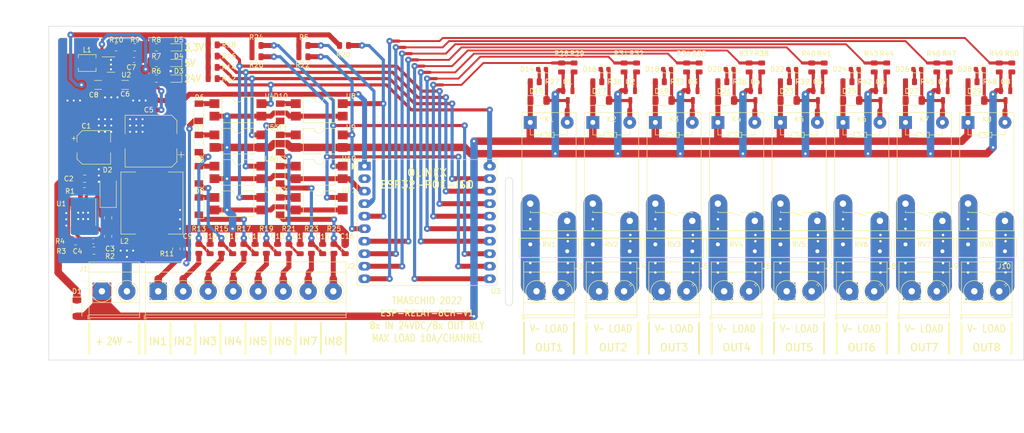
<source format=kicad_pcb>
(kicad_pcb (version 20221018) (generator pcbnew)
  (title_block (title "ESP 8 Relay Module"))
  (layers (0 "F.Cu" signal) (31 "B.Cu" signal) (34 "B.Paste" user) (35 "F.Paste" user) (36 "B.SilkS" user "B.Silkscreen") (37 "F.SilkS" user "F.Silkscreen") (38 "B.Mask" user) (39 "F.Mask" user) (44 "Edge.Cuts" user))
  (net 0 "")
  (net 1 "GNDREF")
  (net 2 "+24V")
  (net 3 "+5V")
  (net 4 "IN1")
  (net 5 "IN2")
  (net 6 "IN3")
  (net 7 "IN4")
  (net 8 "IN5")
  (net 9 "IN6")
  (net 10 "Net-(C3-Pad2)")
  (net 11 "Net-(C4-Pad2)")
  (net 12 "Net-(C7-Pad2)")
  (net 13 "Net-(J2-Pad2)")
  (net 14 "Net-(J2-Pad1)")
  (net 15 "OUT1")
  (net 16 "OUT2")
  (net 17 "OUT3")
  (net 18 "OUT4")
  (net 19 "OUT5")
  (net 20 "OUT6")
  (net 21 "Net-(C3-Pad1)")
  (net 22 "Net-(C11-Pad1)")
  (net 23 "Net-(C12-Pad1)")
  (net 24 "Net-(Q1-Pad1)")
  (net 25 "Net-(Q2-Pad1)")
  (net 26 "Net-(Q3-Pad1)")
  (net 27 "Net-(Q4-Pad1)")
  (net 28 "Net-(Q5-Pad1)")
  (net 29 "Net-(Q6-Pad1)")
  (net 30 "Net-(C13-Pad1)")
  (net 31 "Net-(C15-Pad1)")
  (net 32 "Net-(C16-Pad1)")
  (net 33 "Net-(D3-Pad2)")
  (net 34 "Net-(D4-Pad2)")
  (net 35 "Net-(C9-Pad1)")
  (net 36 "Net-(D5-Pad2)")
  (net 37 "Net-(D6-Pad2)")
  (net 38 "Net-(D7-Pad2)")
  (net 39 "Net-(D8-Pad2)")
  (net 40 "Net-(D9-Pad2)")
  (net 41 "Net-(C10-Pad1)")
  (net 42 "Net-(D11-Pad2)")
  (net 43 "Net-(D13-Pad2)")
  (net 44 "+3.3V")
  (net 45 "Net-(D10-Pad2)")
  (net 46 "Net-(D16-Pad1)")
  (net 47 "Net-(D16-Pad2)")
  (net 48 "Net-(D18-Pad1)")
  (net 49 "Net-(D18-Pad2)")
  (net 50 "Net-(D24-Pad1)")
  (net 51 "Net-(J3-Pad2)")
  (net 52 "Net-(J3-Pad1)")
  (net 53 "Net-(J4-Pad2)")
  (net 54 "Net-(J4-Pad1)")
  (net 55 "Net-(J5-Pad1)")
  (net 56 "Net-(J5-Pad2)")
  (net 57 "Net-(J6-Pad2)")
  (net 58 "Net-(J6-Pad1)")
  (net 59 "Net-(J7-Pad1)")
  (net 60 "Net-(J7-Pad2)")
  (net 61 "Net-(C14-Pad1)")
  (net 62 "Net-(D24-Pad2)")
  (net 63 "+VReg")
  (net 64 "Net-(D26-Pad1)")
  (net 65 "Net-(D12-Pad2)")
  (net 66 "Net-(D14-Pad1)")
  (net 67 "Net-(D14-Pad2)")
  (net 68 "Net-(D20-Pad1)")
  (net 69 "Net-(D20-Pad2)")
  (net 70 "Net-(D22-Pad1)")
  (net 71 "Net-(D22-Pad2)")
  (net 72 "Net-(D28-Pad2)")
  (net 73 "Net-(J2-Pad3)")
  (net 74 "Net-(J2-Pad4)")
  (net 75 "Net-(J2-Pad5)")
  (net 76 "Net-(J2-Pad6)")
  (net 77 "Net-(J2-Pad7)")
  (net 78 "Net-(J2-Pad8)")
  (net 79 "Net-(J8-Pad1)")
  (net 80 "Net-(J8-Pad2)")
  (net 81 "Net-(J9-Pad1)")
  (net 82 "Net-(J9-Pad2)")
  (net 83 "Net-(J10-Pad1)")
  (net 84 "Net-(J10-Pad2)")
  (net 85 "Net-(L1-Pad1)")
  (net 86 "Net-(Q7-Pad1)")
  (net 87 "Net-(Q8-Pad1)")
  (net 88 "Net-(D26-Pad2)")
  (net 89 "IN7")
  (net 90 "IN8")
  (net 91 "Net-(D28-Pad1)")
  (net 92 "OUT7")
  (net 93 "Net-(R1-Pad2)")
  (net 94 "OUT8")
  (net 95 "Net-(R2-Pad2)")
  (net 96 "Net-(R5-Pad2)")
  (footprint "Tales:TerminalBlock_Phoenix_MKDS-3-2-5.08_1x02_P5.08mm_Horizontal" (layer "F.Cu") (at 163.83 118.11)
    (fp_text reference "J3")
    (fp_text value "OUT1")
  )
  (footprint "Tales:Relay_SPST_Omron-G5PZ-1A" (layer "F.Cu") (at 162.56 83.82 -90)
    (fp_text reference "K1")
    (fp_text value "G5PZ-1A")
  )
  (footprint "Tales:RV_Disc_D12mm_W3.9mm_P7.5mm" (layer "F.Cu") (at 162.56 108.585)
    (fp_text reference "RV1")
    (fp_text value "250VAC")
  )
  (footprint "Tales:TerminalBlock_Phoenix_MKDS-3-2-5.08_1x02_P5.08mm_Horizontal" (layer "F.Cu") (at 214.63 118.11)
    (fp_text reference "J7")
    (fp_text value "OUT5")
  )
  (footprint "Tales:TerminalBlock_Phoenix_MKDS-3-2-5.08_1x02_P5.08mm_Horizontal" (layer "F.Cu") (at 176.53 118.11)
    (fp_text reference "J4")
    (fp_text value "OUT2")
  )
  (footprint "Tales:TerminalBlock_Phoenix_MKDS-3-2-5.08_1x02_P5.08mm_Horizontal" (layer "F.Cu") (at 227.33 118.11)
    (fp_text reference "J8")
    (fp_text value "OUT6")
  )
  (footprint "Tales:TerminalBlock_Phoenix_MKDS-3-2-5.08_1x02_P5.08mm_Horizontal" (layer "F.Cu") (at 189.23 118.11)
    (fp_text reference "J5")
    (fp_text value "OUT3")
  )
  (footprint "Tales:TerminalBlock_Phoenix_MKDS-3-2-5.08_1x02_P5.08mm_Horizontal" (layer "F.Cu") (at 240.03 118.11)
    (fp_text reference "J9")
    (fp_text value "OUT7")
  )
  (footprint "Tales:Relay_SPST_Omron-G5PZ-1A" (layer "F.Cu") (at 213.36 83.82 -90)
    (fp_text reference "K5")
    (fp_text value "G5PZ-1A")
  )
  (footprint "Tales:Relay_SPST_Omron-G5PZ-1A" (layer "F.Cu") (at 175.26 83.82 -90)
    (fp_text reference "K2")
    (fp_text value "G5PZ-1A")
  )
  (footprint "Tales:Relay_SPST_Omron-G5PZ-1A" (layer "F.Cu") (at 226.06 83.82 -90)
    (fp_text reference "K6")
    (fp_text value "G5PZ-1A")
  )
  (footprint "Tales:Relay_SPST_Omron-G5PZ-1A" (layer "F.Cu") (at 187.96 83.82 -90)
    (fp_text reference "K3")
    (fp_text value "G5PZ-1A")
  )
  (footprint "Tales:Relay_SPST_Omron-G5PZ-1A" (layer "F.Cu") (at 238.76 83.82 -90)
    (fp_text reference "K7")
    (fp_text value "G5PZ-1A")
  )
  (footprint "Tales:RV_Disc_D12mm_W3.9mm_P7.5mm" (layer "F.Cu") (at 213.36 108.585)
    (fp_text reference "RV5")
    (fp_text value "250VAC")
  )
  (footprint "Tales:RV_Disc_D12mm_W3.9mm_P7.5mm" (layer "F.Cu") (at 175.26 108.585)
    (fp_text reference "RV2")
    (fp_text value "250VAC")
  )
  (footprint "Tales:RV_Disc_D12mm_W3.9mm_P7.5mm" (layer "F.Cu") (at 226.06 108.585)
    (fp_text reference "RV6")
    (fp_text value "250VAC")
  )
  (footprint "Tales:RV_Disc_D12mm_W3.9mm_P7.5mm" (layer "F.Cu") (at 187.96 108.585)
    (fp_text reference "RV3")
    (fp_text value "250VAC")
  )
  (footprint "Tales:RV_Disc_D12mm_W3.9mm_P7.5mm" (layer "F.Cu") (at 238.76 108.585)
    (fp_text reference "RV7")
    (fp_text value "250VAC")
  )
  (footprint "Tales:D_SOD-123" (layer "F.Cu") (at 164.21 79.375)
    (fp_text reference "D15")
    (fp_text value "1N4148/SOD-123")
  )
  (footprint "Tales:Olimex_ESP32-POE_Pads" (layer "F.Cu") (at 128.905 92.71)
    (fp_text reference "U3")
    (fp_text value "Olimex_ESP32-POE")
  )
  (footprint "Tales:LED_0603_1608Metric" (layer "F.Cu") (at 164.9475 73.025 180)
    (fp_text reference "D14")
    (fp_text value "BLUE/0603")
  )
  (footprint "Tales:LED_0603_1608Metric" (layer "F.Cu") (at 215.7475 73.025 180)
    (fp_text reference "D22")
    (fp_text value "BLUE/0603")
  )
  (footprint "Tales:D_SOD-123" (layer "F.Cu") (at 215.01 79.375)
    (fp_text reference "D23")
    (fp_text value "1N4148/SOD-123")
  )
  (footprint "Tales:LED_0603_1608Metric" (layer "F.Cu") (at 177.6475 73.025 180)
    (fp_text reference "D16")
    (fp_text value "BLUE/0603")
  )
  (footprint "Tales:D_SOD-123" (layer "F.Cu") (at 176.91 79.375)
    (fp_text reference "D17")
    (fp_text value "1N4148/SOD-123")
  )
  (footprint "Tales:LED_0603_1608Metric" (layer "F.Cu") (at 228.4475 73.025 180)
    (fp_text reference "D24")
    (fp_text value "BLUE/0603")
  )
  (footprint "Tales:D_SOD-123" (layer "F.Cu") (at 227.71 79.375)
    (fp_text reference "D25")
    (fp_text value "1N4148/SOD-123")
  )
  (footprint "Tales:LED_0603_1608Metric" (layer "F.Cu") (at 190.3475 73.025 180)
    (fp_text reference "D18")
    (fp_text value "BLUE/0603")
  )
  (footprint "Tales:D_SOD-123" (layer "F.Cu") (at 189.61 79.375)
    (fp_text reference "D19")
    (fp_text value "1N4148/SOD-123")
  )
  (footprint "Tales:LED_0603_1608Metric" (layer "F.Cu") (at 241.1475 73.025 180)
    (fp_text reference "D26")
    (fp_text value "BLUE/0603")
  )
  (footprint "Tales:D_SOD-123" (layer "F.Cu") (at 240.41 79.375)
    (fp_text reference "D27")
    (fp_text value "1N4148/SOD-123")
  )
  (footprint "Tales:R_0805_2012Metric" (layer "F.Cu") (at 214.2725 75.565)
    (fp_text reference "R39")
    (fp_text value "4k7/0,125W/0805")
  )
  (footprint "Tales:R_0805_2012Metric" (layer "F.Cu") (at 176.1725 75.565)
    (fp_text reference "R30")
    (fp_text value "4k7/0,125W/0805")
  )
  (footprint "Tales:R_0805_2012Metric" (layer "F.Cu") (at 226.9725 75.565)
    (fp_text reference "R42")
    (fp_text value "4k7/0,125W/0805")
  )
  (footprint "Tales:R_0805_2012Metric" (layer "F.Cu") (at 188.8725 75.565)
    (fp_text reference "R33")
    (fp_text value "4k7/0,125W/0805")
  )
  (footprint "Tales:R_0805_2012Metric" (layer "F.Cu") (at 239.6725 75.565)
    (fp_text reference "R45")
    (fp_text value "4k7/0,125W/0805")
  )
  (footprint "Tales:R_0805_2012Metric" (layer "F.Cu") (at 171.45 72.6675 90)
    (fp_text reference "R29")
    (fp_text value "1k/0,125W/0805")
  )
  (footprint "Tales:R_0805_2012Metric" (layer "F.Cu") (at 222.25 72.6675 90)
    (fp_text reference "R41")
    (fp_text value "1k/0,125W/0805")
  )
  (footprint "Tales:R_0805_2012Metric" (layer "F.Cu") (at 184.15 72.6675 90)
    (fp_text reference "R32")
    (fp_text value "1k/0,125W/0805")
  )
  (footprint "Tales:R_0805_2012Metric" (layer "F.Cu") (at 234.95 72.6675 90)
    (fp_text reference "R44")
    (fp_text value "1k/0,125W/0805")
  )
  (footprint "Tales:R_0805_2012Metric" (layer "F.Cu") (at 196.85 72.6675 90)
    (fp_text reference "R35")
    (fp_text value "1k/0,125W/0805")
  )
  (footprint "Tales:R_0805_2012Metric" (layer "F.Cu") (at 247.65 72.6675 90)
    (fp_text reference "R47")
    (fp_text value "1k/0,125W/0805")
  )
  (footprint "Tales:R_0805_2012Metric" (layer "F.Cu") (at 163.4725 75.565)
    (fp_text reference "R27")
    (fp_text value "4k7/0,125W/0805")
  )
  (footprint "Tales:SOT-23" (layer "F.Cu") (at 233.68 78.375 -90)
    (fp_text reference "Q6")
    (fp_text value "MMBT2222A/SOT-23-3")
  )
  (footprint "Tales:D_MiniMELF" (layer "F.Cu") (at 111.765 100.81 90)
    (fp_text reference "D13")
    (fp_text value "9V1/500mW")
  )
  (footprint "Tales:RV_Disc_D12mm_W3.9mm_P7.5mm" (layer "F.Cu") (at 251.46 108.585)
    (fp_text reference "RV8")
    (fp_text value "250VAC")
  )
  (footprint "Tales:R_0805_2012Metric" (layer "F.Cu") (at 95.255 109.4975 -90)
    (fp_text reference "R13")
    (fp_text value "1k2/0,125W/0805")
  )
  (footprint "Tales:R_0805_2012Metric" (layer "F.Cu") (at 106.9625 70.485)
    (fp_text reference "R26")
    (fp_text value "3k3/0,125W/0805")
  )
  (footprint "Tales:D_MiniMELF" (layer "F.Cu") (at 95.255 81.76 90)
    (fp_text reference "D6")
    (fp_text value "9V1/500mW")
  )
  (footprint "Tales:C_0805_2012Metric" (layer "F.Cu") (at 111.257 109.535 90)
    (fp_text reference "C13")
    (fp_text value "33nF/50V/0805")
  )
  (footprint "Tales:C_0603_1608Metric" (layer "F.Cu") (at 82.1225 71.12 180)
    (fp_text reference "C7")
    (fp_text value "22pF/50V/0603")
  )
  (footprint "Tales:C_0603_1608Metric" (layer "F.Cu") (at 73.805 107.95 180)
    (fp_text reference "C4")
    (fp_text value "12pF/50V/0603")
  )
  (footprint "Tales:SOIC-8-1EP_3.9x4.9mm_P1.27mm_EP2.29x3mm_ThermalVias" (layer "F.Cu") (at 71.76 102.805 -90)
    (fp_text reference "U1")
    (fp_text value "TX4138")
  )
  (footprint "Tales:R_0805_2012Metric" (layer "F.Cu") (at 181.61 72.6675 -90)
    (fp_text reference "R31")
    (fp_text value "10k/0,125W/0805")
  )
  (footprint "Tales:LED_0603_1608Metric" (layer "F.Cu") (at 90.3225 68.58 180)
    (fp_text reference "D5")
    (fp_text value "BLUE/0603")
  )
  (footprint "Tales:LED_0603_1608Metric" (layer "F.Cu") (at 203.0475 73.025 180)
    (fp_text reference "D20")
    (fp_text value "BLUE/0603")
  )
  (footprint "Tales:R_0805_2012Metric" (layer "F.Cu") (at 106.9625 68.199)
    (fp_text reference "R24")
    (fp_text value "3k3/0,125W/0805")
  )
  (footprint "Tales:R_0805_2012Metric" (layer "F.Cu") (at 98.0725 74.93)
    (fp_text reference "R12")
    (fp_text value "3k3/0,125W/0805")
  )
  (footprint "Tales:R_0805_2012Metric" (layer "F.Cu") (at 73.9425 109.855 180)
    (fp_text reference "R3")
    (fp_text value "300k/0,125W/0805")
  )
  (footprint "Tales:D_MiniMELF" (layer "F.Cu") (at 95.255 88.11 90)
    (fp_text reference "D7")
    (fp_text value "9V1/500mW")
  )
  (footprint "Tales:R_0805_2012Metric" (layer "F.Cu") (at 118.115 109.4975 -90)
    (fp_text reference "R23")
    (fp_text value "1k2/0,125W/0805")
  )
  (footprint "Tales:D_MiniMELF" (layer "F.Cu") (at 111.765 94.46 90)
    (fp_text reference "D12")
    (fp_text value "9V1/500mW")
  )
  (footprint "Tales:R_0805_2012Metric" (layer "F.Cu") (at 78.45 68.58 180)
    (fp_text reference "R10")
    (fp_text value "22,1k/0,125W/0805")
  )
  (footprint "Tales:TerminalBlock_Phoenix_MKDS-3-2-5.08_1x02_P5.08mm_Horizontal" (layer "F.Cu") (at 75.565 118.11)
    (fp_text reference "J1")
    (fp_text value "+24VDC")
  )
  (footprint "Tales:C_0805_2012Metric" (layer "F.Cu") (at 102.113 109.535 90)
    (fp_text reference "C11")
    (fp_text value "33nF/50V/0805")
  )
  (footprint "Tales:R_0805_2012Metric" (layer "F.Cu") (at 104.399 109.4975 -90)
    (fp_text reference "R17")
    (fp_text value "1k2/0,125W/0805")
  )
  (footprint "Tales:R_0805_2012Metric" (layer "F.Cu") (at 219.71 72.6675 -90)
    (fp_text reference "R40")
    (fp_text value "10k/0,125W/0805")
  )
  (footprint "Tales:R_0805_2012Metric" (layer "F.Cu") (at 72.0375 97.79)
    (fp_text reference "R1")
    (fp_text value "30mR/0,250W/0805")
  )
  (footprint "Tales:D_SOD-123" (layer "F.Cu") (at 253.11 79.375)
    (fp_text reference "D29")
    (fp_text value "1N4148/SOD-123")
  )
  (footprint "Tales:LED_0603_1608Metric" (layer "F.Cu") (at 253.8475 73.025 180)
    (fp_text reference "D28")
    (fp_text value "BLUE/0603")
  )
  (footprint "Tales:D_MiniMELF" (layer "F.Cu") (at 111.765 88.11 90)
    (fp_text reference "D11")
    (fp_text value "9V1/500mW")
  )
  (footprint "Tales:R_0805_2012Metric" (layer "F.Cu") (at 98.0725 72.644)
    (fp_text reference "R14")
    (fp_text value "3k3/0,125W/0805")
  )
  (footprint "Tales:R_0805_2012Metric" (layer "F.Cu") (at 209.55 72.6675 90)
    (fp_text reference "R38")
    (fp_text value "1k/0,125W/0805")
  )
  (footprint "Tales:R_0805_2012Metric" (layer "F.Cu") (at 168.91 72.6675 -90)
    (fp_text reference "R28")
    (fp_text value "10k/0,125W/0805")
  )
  (footprint "Tales:C_1206_3216Metric" (layer "F.Cu") (at 80.2825 76.2 180)
    (fp_text reference "C6")
    (fp_text value "10uF/16V/1206")
  )
  (footprint "Package_DIP:SMDIP-4_W9.53mm" (layer "F.Cu") (at 103.195 93.98)
    (fp_text reference "U6")
    (fp_text value "LTV-817S")
  )
  (footprint "Tales:R_0805_2012Metric" (layer "F.Cu") (at 207.01 72.6675 -90)
    (fp_text reference "R37")
    (fp_text value "10k/0,125W/0805")
  )
  (footprint "Tales:TerminalBlock_Phoenix_MKDS-3-8-5.08_1x08_P5.08mm_Horizontal" (layer "F.Cu") (at 87 118.11)
    (fp_text reference "J2")
    (fp_text value "INPUTS")
  )
  (footprint "Tales:R_0805_2012Metric" (layer "F.Cu") (at 76.84 106.9575 -90)
    (fp_text reference "R2")
    (fp_text value "5R1/0,125W/0805")
  )
  (footprint "Tales:R_0805_2012Metric" (layer "F.Cu") (at 86.6425 68.58)
    (fp_text reference "R8")
    (fp_text value "330R/0,125W/0805")
  )
  (footprint "Tales:R_0805_2012Metric" (layer "F.Cu") (at 98.0725 70.358)
    (fp_text reference "R16")
    (fp_text value "3k3/0,125W/0805")
  )
  (footprint "Package_DIP:SMDIP-4_W9.53mm" (layer "F.Cu") (at 103.195 87.63)
    (fp_text reference "U5")
    (fp_text value "LTV-817S")
  )
  (footprint "Tales:R_0805_2012Metric" (layer "F.Cu") (at 86.6425 74.93)
    (fp_text reference "R6")
    (fp_text value "5k6/0,125W/0805")
  )
  (footprint "Package_DIP:SMDIP-4_W9.53mm" (layer "F.Cu") (at 119.705 100.33)
    (fp_text reference "U11")
    (fp_text value "LTV-817S")
  )
  (footprint "Tales:TerminalBlock_Phoenix_MKDS-3-2-5.08_1x02_P5.08mm_Horizontal" (layer "F.Cu") (at 252.73 118.11)
    (fp_text reference "J10")
    (fp_text value "OUT8")
  )
  (footprint "Tales:Relay_SPST_Omron-G5PZ-1A" (layer "F.Cu") (at 200.66 83.82 -90)
    (fp_text reference "K4")
    (fp_text value "G5PZ-1A")
  )
  (footprint "Tales:SOT-23" (layer "F.Cu") (at 195.58 78.375 -90)
    (fp_text reference "Q3")
    (fp_text value "MMBT2222A/SOT-23-3")
  )
  (footprint "Tales:R_0805_2012Metric" (layer "F.Cu") (at 245.115 72.6675 -90)
    (fp_text reference "R46")
    (fp_text value "10k/0,125W/0805")
  )
  (footprint "Tales:Relay_SPST_Omron-G5PZ-1A" (layer "F.Cu") (at 251.46 83.82 -90)
    (fp_text reference "K8")
    (fp_text value "G5PZ-1A")
  )
  (footprint "Tales:R_0805_2012Metric" (layer "F.Cu") (at 232.41 72.6675 -90)
    (fp_text reference "R43")
    (fp_text value "10k/0,125W/0805")
  )
  (footprint "Tales:SOT-23" (layer "F.Cu") (at 182.88 78.375 -90)
    (fp_text reference "Q2")
    (fp_text value "MMBT2222A/SOT-23-3")
  )
  (footprint "Tales:SOT-23" (layer "F.Cu") (at 246.38 78.375 -90)
    (fp_text reference "Q7")
    (fp_text value "MMBT2222A/SOT-23-3")
  )
  (footprint "Tales:D_SMA" (layer "F.Cu") (at 76.84 97.695 90)
    (fp_text reference "D2")
    (fp_text value "SS510")
  )
  (footprint "Tales:D_SOD-123" (layer "F.Cu") (at 202.31 79.375)
    (fp_text reference "D21")
    (fp_text value "1N4148/SOD-123")
  )
  (footprint "Tales:LED_0603_1608Metric" (layer "F.Cu") (at 90.3225 74.93 180)
    (fp_text reference "D3")
    (fp_text value "BLUE/0603")
  )
  (footprint "Tales:R_0805_2012Metric" (layer "F.Cu") (at 82.26 68.58 180)
    (fp_text reference "R9")
    (fp_text value "100k/0,125W/0805")
  )
  (footprint "Tales:C_1206_3216Metric" (layer "F.Cu") (at 74.7925 76.2)
    (fp_text reference "C8")
    (fp_text value "10uF/16V/1206")
  )
  (footprint "Tales:CP_Elec_10x10" (layer "F.Cu") (at 85.54 87.63 180)
    (fp_text reference "C5")
    (fp_text value "470uF/16V/10x10")
  )
  (footprint "Tales:R_0805_2012Metric" (layer "F.Cu") (at 194.31 72.6675 -90)
    (fp_text reference "R34")
    (fp_text value "10k/0,125W/0805")
  )
  (footprint "Tales:R_0805_2012Metric" (layer "F.Cu") (at 122.687 109.4975 -90)
    (fp_text reference "R25")
    (fp_text value "1k2/0,125W/0805")
  )
  (footprint "Tales:C_0805_2012Metric" (layer "F.Cu") (at 92.969 109.535 90)
    (fp_text reference "C9")
    (fp_text value "33nF/50V/0805")
  )
  (footprint "Tales:TerminalBlock_Phoenix_MKDS-3-2-5.08_1x02_P5.08mm_Horizontal" (layer "F.Cu") (at 201.93 118.11)
    (fp_text reference "J6")
    (fp_text value "OUT4")
  )
  (footprint "Package_DIP:SMDIP-4_W9.53mm" (layer "F.Cu") (at 119.705 87.63)
    (fp_text reference "U9")
    (fp_text value "LTV-817S")
  )
  (footprint "Tales:R_0805_2012Metric" (layer "F.Cu") (at 252.3725 75.565)
    (fp_text reference "R48")
    (fp_text value "4k7/0,125W/0805")
  )
  (footprint "Tales:TSOT-23-5" (layer "F.Cu") (at 77.405 72.07)
    (fp_text reference "U2")
    (fp_text value "SY8089A1AAC")
  )
  (footprint "Tales:SOT-23" (layer "F.Cu") (at 170.18 78.375 -90)
    (fp_text reference "Q1")
    (fp_text value "MMBT2222A/SOT-23-3")
  )
  (footprint "Tales:D_SOD-123" (layer "F.Cu") (at 70.49 121.54 -90)
    (fp_text reference "D1")
    (fp_text value "SM4007PL/SOD-123")
  )
  (footprint "Package_DIP:SMDIP-4_W9.53mm" (layer "F.Cu") (at 119.705 93.98)
    (fp_text reference "U10")
    (fp_text value "LTV-817S")
  )
  (footprint "Tales:RV_Disc_D12mm_W3.9mm_P7.5mm" (layer "F.Cu") (at 200.66 108.585)
    (fp_text reference "RV4")
    (fp_text value "250VAC")
  )
  (footprint "Tales:R_0805_2012Metric" (layer "F.Cu") (at 99.827 109.4975 -90)
    (fp_text reference "R15")
    (fp_text value "1k2/0,125W/0805")
  )
  (footprint "Tales:R_0805_2012Metric" (layer "F.Cu") (at 124.7425 68.199)
    (fp_text reference "R20")
    (fp_text value "3k3/0,125W/0805")
  )
  (footprint "Tales:SOT-23" (layer "F.Cu") (at 220.98 78.375 -90)
    (fp_text reference "Q5")
    (fp_text value "MMBT2222A/SOT-23-3")
  )
  (footprint "Package_DIP:SMDIP-4_W9.53mm" (layer "F.Cu") (at 103.195 81.28)
    (fp_text reference "U4")
    (fp_text value "LTV-817S")
  )
  (footprint "Tales:R_0805_2012Metric" (layer "F.Cu") (at 201.5725 75.565)
    (fp_text reference "R36")
    (fp_text value "4k7/0,125W/0805")
  )
  (footprint "Tales:C_0805_2012Metric" (layer "F.Cu") (at 76.84 103.19 90)
    (fp_text reference "C3")
    (fp_text value "0,1uF/50V/0805")
  )
  (footprint "Tales:C_0805_2012Metric" (layer "F.Cu") (at 97.541 109.535 90)
    (fp_text reference "C10")
    (fp_text value "33nF/50V/0805")
  )
  (footprint "Tales:C_0805_2012Metric" (layer "F.Cu") (at 106.685 109.535 90)
    (fp_text reference "C12")
    (fp_text value "33nF/50V/0805")
  )
  (footprint "Tales:C_0805_2012Metric" (layer "F.Cu") (at 124.973 109.535 90)
    (fp_text reference "C16")
    (fp_text value "33nF/50V/0805")
  )
  (footprint "Tales:C_0805_2012Metric" (layer "F.Cu") (at 72.075 95.25)
    (fp_text reference "C2")
    (fp_text value "0,1uF/50V/0805")
  )
  (footprint "Tales:R_0805_2012Metric" (layer "F.Cu") (at 116.4875 68.199)
    (fp_text reference "R5")
    (fp_text value "4k7/0,125W/0805")
  )
  (footprint "Tales:D_MiniMELF" (layer "F.Cu") (at 95.255 94.46 90)
    (fp_text reference "D8")
    (fp_text value "9V1/500mW")
  )
  (footprint "Tales:R_0805_2012Metric" (layer "F.Cu") (at 116.4875 70.485)
    (fp_text reference "R22")
    (fp_text value "3k3/0,125W/0805")
  )
  (footprint "Tales:R_0805_2012Metric" (layer "F.Cu") (at 113.543 109.4975 -90)
    (fp_text reference "R21")
    (fp_text value "1k2/0,125W/0805")
  )
  (footprint "Package_DIP:SMDIP-4_W9.53mm" (layer "F.Cu") (at 103.195 100.33)
    (fp_text reference "U7")
    (fp_text value "LTV-817S")
  )
  (footprint "Tales:C_0805_2012Metric" (layer "F.Cu") (at 115.829 109.535 90)
    (fp_text reference "C14")
    (fp_text value "33nF/50V/0805")
  )
  (footprint "Tales:LED_0603_1608Metric" (layer "F.Cu") (at 90.3225 71.755 180)
    (fp_text reference "D4")
    (fp_text value "BLUE/0603")
  )
  (footprint "Tales:R_0805_2012Metric" (layer "F.Cu") (at 98.0725 68.072)
    (fp_text reference "R18")
    (fp_text value "3k3/0,125W/0805")
  )
  (footprint "Tales:R_0805_2012Metric" (layer "F.Cu") (at 86.6425 71.755)
    (fp_text reference "R7")
    (fp_text value "820R/0,125W/0805")
  )
  (footprint "Tales:SOT-23" (layer "F.Cu") (at 259.08 78.375 -90)
    (fp_text reference "Q8")
    (fp_text value "MMBT2222A/SOT-23-3")
  )
  (footprint "Tales:R_0805_2012Metric" (layer "F.Cu") (at 260.35 72.6675 90)
    (fp_text reference "R50")
    (fp_text value "1k/0,125W/0805")
  )
  (footprint "Tales:CP_Elec_6.3x5.4" (layer "F.Cu") (at 73.925 88.9)
    (fp_text reference "C1")
    (fp_text value "47uF/35V/6,3x5,4")
  )
  (footprint "Package_DIP:SMDIP-4_W9.53mm" (layer "F.Cu") (at 119.705 81.28)
    (fp_text reference "U8")
    (fp_text value "LTV-817S")
  )
  (footprint "Tales:R_0805_2012Metric" (layer "F.Cu") (at 108.971 109.4975 -90)
    (fp_text reference "R19")
    (fp_text value "1k2/0,125W/0805")
  )
  (footprint "Tales:R_0805_2012Metric" (layer "F.Cu") (at 90.683 109.4975 -90)
    (fp_text reference "R11")
    (fp_text value "1k2/0,125W/0805")
  )
  (footprint "Tales:D_MiniMELF" (layer "F.Cu") (at 111.765 81.76 90)
    (fp_text reference "D10")
    (fp_text value "9V1/500mW")
  )
  (footprint "Tales:R_0805_2012Metric" (layer "F.Cu") (at 257.81 72.6675 -90)
    (fp_text reference "R49")
    (fp_text value "10k/0,125W/0805")
  )
  (footprint "Tales:R_0805_2012Metric" (layer "F.Cu") (at 70.2125 107.95 180)
    (fp_text reference "R4")
    (fp_text value "57,6k/0,125W/0805")
  )
  (footprint "Tales:C_0805_2012Metric" (layer "F.Cu") (at 120.401 109.535 90)
    (fp_text reference "C15")
    (fp_text value "33nF/50V/0805")
  )
  (footprint "Tales:L_3x3_H1.5" (layer "F.Cu") (at 72.5775 71.755 180)
    (fp_text reference "L1")
    (fp_text value "2,2uH 1,5A")
  )
  (footprint "Tales:D_MiniMELF" (layer "F.Cu") (at 95.255 100.81 90)
    (fp_text reference "D9")
    (fp_text value "9V1/500mW")
  )
  (footprint "Tales:L_12x12mm_H6mm" (layer "F.Cu") (at 85.73 100.2 90)
    (fp_text reference "L2")
    (fp_text value "33uH 2,1A")
  )
  (footprint "Tales:SOT-23" (layer "F.Cu") (at 208.28 78.375 -90)
    (fp_text reference "Q4")
    (fp_text value "MMBT2222A/SOT-23-3")
  )
  (gr_line (start 83.19 124.46) (end 83.19 130.81) (stroke (width 0.35)) (layer "F.SilkS"))
  (gr_line (start 250.14 124.46) (end 250.14 130.81) (stroke (width 0.35)) (layer "F.SilkS"))
  (gr_line (start 196.85 124.46) (end 196.85 130.81) (stroke (width 0.35)) (layer "F.SilkS"))
  (gr_line (start 171.45 124.46) (end 171.45 130.81) (stroke (width 0.35)) (layer "F.SilkS"))
  (gr_line (start 84.41 124.46) (end 84.41 130.81) (stroke (width 0.35)) (layer "F.SilkS"))
  (gr_line (start 222.25 124.46) (end 222.25 130.81) (stroke (width 0.35)) (layer "F.SilkS"))
  (gr_line (start 234.95 124.46) (end 234.95 130.81) (stroke (width 0.35)) (layer "F.SilkS"))
  (gr_line (start 89.49 124.46) (end 89.49 130.81) (stroke (width 0.35)) (layer "F.SilkS"))
  (gr_line (start 209.55 124.46) (end 209.55 130.81) (stroke (width 0.35)) (layer "F.SilkS"))
  (gr_line (start 94.57 124.46) (end 94.57 130.81) (stroke (width 0.35)) (layer "F.SilkS"))
  (gr_line (start 184.51 124.46) (end 184.51 130.81) (stroke (width 0.35)) (layer "F.SilkS"))
  (gr_line (start 99.65 124.46) (end 99.65 130.81) (stroke (width 0.35)) (layer "F.SilkS"))
  (gr_line (start 173.99 124.46) (end 173.99 130.81) (stroke (width 0.35)) (layer "F.SilkS"))
  (gr_line (start 114.89 124.46) (end 114.89 130.81) (stroke (width 0.35)) (layer "F.SilkS"))
  (gr_line (start 125.1 124.46) (end 125.1 130.81) (stroke (width 0.35)) (layer "F.SilkS"))
  (gr_line (start 104.73 124.46) (end 104.73 130.81) (stroke (width 0.35)) (layer "F.SilkS"))
  (gr_line (start 260.3 124.46) (end 260.3 130.81) (stroke (width 0.35)) (layer "F.SilkS"))
  (gr_line (start 199.39 124.46) (end 199.39 130.81) (stroke (width 0.35)) (layer "F.SilkS"))
  (gr_line (start 73.03 124.46) (end 73.03 130.81) (stroke (width 0.35)) (layer "F.SilkS"))
  (gr_line (start 120.02 124.46) (end 120.02 130.81) (stroke (width 0.35)) (layer "F.SilkS"))
  (gr_line (start 186.69 124.46) (end 186.69 130.81) (stroke (width 0.35)) (layer "F.SilkS"))
  (gr_line (start 212.09 124.46) (end 212.09 130.81) (stroke (width 0.35)) (layer "F.SilkS"))
  (gr_line (start 109.81 124.46) (end 109.81 130.81) (stroke (width 0.35)) (layer "F.SilkS"))
  (gr_line (start 247.65 124.46) (end 247.65 130.81) (stroke (width 0.35)) (layer "F.SilkS"))
  (gr_line (start 161.29 124.46) (end 161.29 130.81) (stroke (width 0.35)) (layer "F.SilkS"))
  (gr_line (start 224.79 124.46) (end 224.79 130.81) (stroke (width 0.35)) (layer "F.SilkS"))
  (gr_line (start 237.49 124.46) (end 237.49 130.81) (stroke (width 0.35)) (layer "F.SilkS"))
  (gr_arc (start 157.5 95.75) (mid 158.25 95) (end 159 95.75) (stroke (width 0.1)) (layer "Edge.Cuts"))
  (gr_rect (start 64.77 64.28) (end 262.77 132.08) (stroke (width 0.1)) (fill none) (layer "Edge.Cuts"))
  (gr_line (start 159 120.25) (end 159 95.75) (stroke (width 0.1)) (layer "Edge.Cuts"))
  (gr_line (start 157.5 95.75) (end 157.5 120.25) (stroke (width 0.1)) (layer "Edge.Cuts"))
  (gr_arc (start 159 120.25) (mid 158.25 121) (end 157.5 120.25) (stroke (width 0.1)) (layer "Edge.Cuts"))
  (gr_text "OUT2" (at 179.37 129.54) (layer "F.SilkS") (effects (font (size 1.5 1.5) (thickness 0.25))))
  (gr_text "OUT1" (at 166.37 129.54) (layer "F.SilkS") (effects (font (size 1.5 1.5) (thickness 0.25))))
  (gr_text "OUT3" (at 191.77 129.54) (layer "F.SilkS") (effects (font (size 1.5 1.5) (thickness 0.25))))
  (gr_text "24V" (at 92.202 74.93) (layer "F.SilkS") (effects (font (size 1.4 1.2) (thickness 0.25)) (justify left)))
  (gr_text "OUT5" (at 217.17 129.54) (layer "F.SilkS") (effects (font (size 1.5 1.5) (thickness 0.25))))
  (gr_text "OUT4" (at 204.47 129.54) (layer "F.SilkS") (effects (font (size 1.5 1.5) (thickness 0.25))))
  (gr_text "OUT6" (at 229.87 129.54) (layer "F.SilkS") (effects (font (size 1.5 1.5) (thickness 0.25))))
  (gr_text "3,3V" (at 92.202 68.58) (layer "F.SilkS") (effects (font (size 1.4 1.2) (thickness 0.25)) (justify left)))
  (gr_text "+ 24V -" (at 78.11 128.27) (layer "F.SilkS") (effects (font (size 1.5 1.1) (thickness 0.25))))
  (gr_text "V~ LOAD" (at 229.87 125.73) (layer "F.SilkS") (effects (font (size 1.5 1.3) (thickness 0.2))))
  (gr_text "IN5" (at 107.27 128.27) (layer "F.SilkS") (effects (font (size 1.5 1.5) (thickness 0.25))))
  (gr_text "V~ LOAD" (at 242.57 125.73) (layer "F.SilkS") (effects (font (size 1.5 1.3) (thickness 0.2))))
  (gr_text "IN8" (at 122.56 128.27) (layer "F.SilkS") (effects (font (size 1.5 1.5) (thickness 0.25))))
  (gr_text "OUT8" (at 255.22 129.54) (layer "F.SilkS") (effects (font (size 1.5 1.5) (thickness 0.25))))
  (gr_text "V~ LOAD" (at 217.17 125.73) (layer "F.SilkS") (effects (font (size 1.5 1.3) (thickness 0.2))))
  (gr_text "ESP-RELAY-8CH-V1" (at 141.605 122.555) (layer "F.SilkS") (effects (font (size 1.2 1.2) (thickness 0.2))))
  (gr_text "IN4" (at 102.19 128.27) (layer "F.SilkS") (effects (font (size 1.5 1.5) (thickness 0.25))))
  (gr_text "MAX LOAD 10A/CHANNEL" (at 141.605 127.635) (layer "F.SilkS") (effects (font (size 1.5 1.2) (thickness 0.2))))
  (gr_text "8x IN 24VDC/8x OUT RLY" (at 141.605 125.095) (layer "F.SilkS") (effects (font (size 1.5 1.2) (thickness 0.2))))
  (gr_text "V~ LOAD" (at 255.22 125.73) (layer "F.SilkS") (effects (font (size 1.5 1.3) (thickness 0.2))))
  (gr_text "OUT7" (at 242.57 129.54) (layer "F.SilkS") (effects (font (size 1.5 1.5) (thickness 0.25))))
  (gr_text "V~ LOAD" (at 179.37 125.73) (layer "F.SilkS") (effects (font (size 1.5 1.3) (thickness 0.2))))
  (gr_text "IN6" (at 112.35 128.27) (layer "F.SilkS") (effects (font (size 1.5 1.5) (thickness 0.25))))
  (gr_text "IN7" (at 117.48 128.27) (layer "F.SilkS") (effects (font (size 1.5 1.5) (thickness 0.25))))
  (gr_text "IN3" (at 97.11 128.27) (layer "F.SilkS") (effects (font (size 1.5 1.5) (thickness 0.25))))
  (gr_text "OLIMEX\nESP32-POE-ISO" (at 141.605 95.25) (layer "F.SilkS") (effects (font (size 1.5 1.5) (thickness 0.25))))
  (gr_text "5V" (at 92.202 71.755) (layer "F.SilkS") (effects (font (size 1.4 1.2) (thickness 0.25)) (justify left)))
  (gr_text "V~ LOAD" (at 204.47 125.73) (layer "F.SilkS") (effects (font (size 1.5 1.3) (thickness 0.2))))
  (gr_text "TMASCHIO 2022" (at 141.605 120.015) (layer "F.SilkS") (effects (font (size 1.4 1.2) (thickness 0.2))))
  (gr_text "V~ LOAD" (at 166.37 125.73) (layer "F.SilkS") (effects (font (size 1.5 1.3) (thickness 0.2))))
  (gr_text "IN2" (at 92.03 128.27) (layer "F.SilkS") (effects (font (size 1.5 1.5) (thickness 0.25))))
  (gr_text "V~ LOAD" (at 191.77 125.73) (layer "F.SilkS") (effects (font (size 1.5 1.3) (thickness 0.2))))
  (gr_text "IN1" (at 86.95 128.27) (layer "F.SilkS") (effects (font (size 1.5 1.5) (thickness 0.25))))
  (segment (start 123.957 105.41) (end 106.685 105.41) (width 1.524) (layer "F.Cu") (net 1))
  (segment (start 218.44 90.17) (end 231.14 90.17) (width 1.524) (layer "F.Cu") (net 1))
  (segment (start 113.03 100.965) (end 113.665 101.6) (width 1.016) (layer "F.Cu") (net 1))
  (segment (start 219.17 77.375) (end 218.44 78.105) (width 1.016) (layer "F.Cu") (net 1))
  (segment (start 207.33 77.375) (end 206.47 77.375) (width 1.016) (layer "F.Cu") (net 1))
  (segment (start 113.665 101.6) (end 114.935 101.6) (width 1.016) (layer "F.Cu") (net 1))
  (segment (start 80.65 109.855) (end 81.92 109.855) (width 1.905) (layer "F.Cu") (net 1))
  (segment (start 258.13 77.375) (end 258.13 73.9) (width 0.635) (layer "F.Cu") (net 1))
  (segment (start 205.74 90.17) (end 218.44 90.17) (width 1.524) (layer "F.Cu") (net 1))
  (segment (start 91.115 71.755) (end 91.115 74.93) (width 0.635) (layer "F.Cu") (net 1))
  (segment (start 107.955 95.25) (end 109.855 95.25) (width 1.016) (layer "F.Cu") (net 1))
  (segment (start 245.43 77.375) (end 245.43 73.895) (width 0.635) (layer "F.Cu") (net 1))
  (segment (start 107.96 88.9) (end 109.733 88.9) (width 1.524) (layer "F.Cu") (net 1))
  (segment (start 255.27 90.17) (end 256.54 88.9) (width 1.524) (layer "F.Cu") (net 1))
  (segment (start 193.77 77.375) (end 193.04 78.105) (width 1.016) (layer "F.Cu") (net 1))
  (segment (start 181.07 77.375) (end 180.34 78.105) (width 1.016) (layer "F.Cu") (net 1))
  (segment (start 245.43 77.375) (end 244.57 77.375) (width 1.016) (layer "F.Cu") (net 1))
  (segment (start 111.257 108.585) (end 111.257 105.41) (width 1.016) (layer "F.Cu") (net 1))
  (segment (start 124.973 108.585) (end 124.973 106.426) (width 1.524) (layer "F.Cu") (net 1))
  (segment (start 97.541 108.585) (end 97.541 105.41) (width 1.016) (layer "F.Cu") (net 1))
  (segment (start 258.13 77.375) (end 257.27 77.375) (width 1.016) (layer "F.Cu") (net 1))
  (segment (start 113.035 81.915) (end 113.67 82.55) (width 1.016) (layer "F.Cu") (net 1))
  (segment (start 102.113 108.585) (end 102.113 105.41) (width 1.016) (layer "F.Cu") (net 1))
  (segment (start 107.96 82.55) (end 109.86 82.55) (width 1.016) (layer "F.Cu") (net 1))
  (segment (start 113.162 88.138) (end 113.924 88.9) (width 1.524) (layer "F.Cu") (net 1))
  (segment (start 194.63 77.375) (end 194.63 73.9) (width 0.635) (layer "F.Cu") (net 1))
  (segment (start 207.33 77.375) (end 207.33 73.9) (width 0.635) (layer "F.Cu") (net 1))
  (segment (start 181.93 77.375) (end 181.93 73.9) (width 0.635) (layer "F.Cu") (net 1))
  (segment (start 89.54 73.406) (end 91.1148 73.406) (width 0.635) (layer "F.Cu") (net 1))
  (segment (start 77.4105 71.12) (end 77.4105 68.707) (width 0.635) (layer "F.Cu") (net 1))
  (segment (start 115.829 108.585) (end 115.829 105.41) (width 1.016) (layer "F.Cu") (net 1))
  (segment (start 98.43 95.25) (end 100.97 95.25) (width 1.016) (layer "F.Cu") (net 1))
  (segment (start 91.445 101.6) (end 91.445 105.41) (width 1.524) (layer "F.Cu") (net 1))
  (segment (start 110.495 88.138) (end 113.162 88.138) (width 1.524) (layer "F.Cu") (net 1))
  (segment (start 113.924 88.9) (end 114.94 88.9) (width 1.524) (layer "F.Cu") (net 1))
  (segment (start 150.5 90.17) (end 149.23 88.9) (width 1.524) (layer "F.Cu") (net 1))
  (segment (start 110.49 100.965) (end 113.03 100.965) (width 1.016) (layer "F.Cu") (net 1))
  (segment (start 167.64 90.17) (end 150.495 90.17) (width 1.524) (layer "F.Cu") (net 1))
  (segment (start 76.205 72.07) (end 77.405 72.07) (width 0.635) (layer "F.Cu") (net 1))
  (segment (start 113.665 95.25) (end 114.935 95.25) (width 1.016) (layer "F.Cu") (net 1))
  (segment (start 100.97 88.9) (end 107.96 88.9) (width 1.524) (layer "F.Cu") (net 1))
  (segment (start 68.331 106.981) (end 69.3 107.95) (width 0.635) (layer "F.Cu") (net 1))
  (segment (start 106.685 108.585) (end 106.685 105.41) (width 1.016) (layer "F.Cu") (net 1))
  (segment (start 113.67 82.55) (end 114.94 82.55) (width 1.016) (layer "F.Cu") (net 1))
  (segment (start 92.969 105.41) (end 91.445 105.41) (width 1.524) (layer "F.Cu") (net 1))
  (segment (start 78.8075 76.2) (end 76.2675 76.2) (width 0.635) (layer "F.Cu") (net 1))
  (segment (start 120.401 108.585) (end 120.401 105.41) (width 1.016) (layer "F.Cu") (net 1))
  (segment (start 80.65 109.855) (end 79.38 109.855) (width 1.905) (layer "F.Cu") (net 1))
  (segment (start 100.97 95.25) (end 107.96 95.25) (width 1.016) (layer "F.Cu") (net 1))
  (segment (start 100.97 101.6) (end 107.96 101.6) (width 1.016) (layer "F.Cu") (net 1))
  (segment (start 167.64 90.17) (end 180.34 90.17) (width 1.524) (layer "F.Cu") (net 1))
  (segment (start 80.65 109.855) (end 80.65 118.11) (width 1.905) (layer "F.Cu") (net 1))
  (segment (start 69.22 100.33) (end 68.331 101.219) (width 0.635) (layer "F.Cu") (net 1))
  (segment (start 257.27 77.375) (end 256.54 78.105) (width 1.016) (layer "F.Cu") (net 1))
  (segment (start 77.995 87.63) (end 81.54 87.63) (width 0.635) (layer "F.Cu") (net 1))
  (segment (start 114.94 88.9) (end 124.47 88.9) (width 1.524) (layer "F.Cu") (net 1))
  (segment (start 232.73 77.375) (end 232.73 73.9) (width 0.635) (layer "F.Cu") (net 1))
  (segment (start 194.63 77.375) (end 193.77 77.375) (width 1.016) (layer "F.Cu") (net 1))
  (segment (start 231.14 90.17) (end 243.84 90.17) (width 1.524) (layer "F.Cu") (net 1))
  (segment (start 77.4105 68.707) (end 77.5375 68.58) (width 0.635) (layer "F.Cu") (net 1))
  (segment (start 69.855 100.33) (end 69.22 100.33) (width 0.635) (layer "F.Cu") (net 1))
  (segment (start 109.855 95.25) (end 110.49 94.615) (width 1.016) (layer "F.Cu") (net 1))
  (segment (start 107.955 101.6) (end 109.855 101.6) (width 1.016) (layer "F.Cu") (net 1))
  (segment (start 125.735 95.25) (end 124.47 95.25) (width 1.016) (layer "F.Cu") (net 1))
  (segment (start 180.34 90.17) (end 193.04 90.17) (width 1.524) (layer "F.Cu") (net 1))
  (segment (start 76.725 88.9) (end 77.995 87.63) (width 0.635) (layer "F.Cu") (net 1))
  (segment (start 98.43 82.55) (end 100.97 82.55) (width 1.016) (layer "F.Cu") (net 1))
  (segment (start 114.94 82.55) (end 124.47 82.55) (width 1.016) (layer "F.Cu") (net 1))
  (segment (start 76.205 76.2625) (end 76.2675 76.2) (width 0.635) (layer "F.Cu") (net 1))
  (segment (start 98.43 101.6) (end 100.97 101.6) (width 1.016) (layer "F.Cu") (net 1))
  (segment (start 168.37 77.375) (end 167.64 78.105) (width 1.016) (layer "F.Cu") (net 1))
  (segment (start 113.03 94.615) (end 113.665 95.25) (width 1.016) (layer "F.Cu") (net 1))
  (segment (start 110.495 81.915) (end 113.035 81.915) (width 1.016) (layer "F.Cu") (net 1))
  (segment (start 149.23 88.9) (end 124.47 88.9) (width 1.524) (layer "F.Cu") (net 1))
  (segment (start 92.969 105.41) (end 92.969 108.585) (width 1.016) (layer "F.Cu") (net 1))
  (segment (start 98.43 88.9) (end 100.97 88.9) (width 1.524) (layer "F.Cu") (net 1))
  (segment (start 220.03 77.375) (end 220.03 73.9) (width 0.635) (layer "F.Cu") (net 1))
  (segment (start 232.73 77.375) (end 231.87 77.375) (width 1.016) (layer "F.Cu") (net 1))
  (segment (start 100.97 82.55) (end 107.96 82.55) (width 1.016) (layer "F.Cu") (net 1))
  (segment (start 181.93 77.375) (end 181.07 77.375) (width 1.016) (layer "F.Cu") (net 1))
  (segment (start 128.275 97.79) (end 125.735 95.25) (width 1.016) (layer "F.Cu") (net 1))
  (segment (start 76.205 78.74) (end 76.205 76.2625) (width 0.635) (layer "F.Cu") (net 1))
  (segment (start 244.57 77.375) (end 243.84 78.105) (width 1.016) (layer "F.Cu") (net 1))
  (segment (start 193.04 90.17) (end 205.74 90.17) (width 1.524) (layer "F.Cu") (net 1))
  (segment (start 124.973 106.426) (end 123.957 105.41) (width 1.524) (layer "F.Cu") (net 1))
  (segment (start 169.23 77.375) (end 168.37 77.375) (width 1.016) (layer "F.Cu") (net 1))
  (segment (start 102.113 105.41) (end 92.969 105.41) (width 1.524) (layer "F.Cu") (net 1))
  (segment (start 109.86 82.55) (end 110.495 81.915) (width 1.016) (layer "F.Cu") (net 1))
  (segment (start 206.47 77.375) (end 205.74 78.105) (width 1.016) (layer "F.Cu") (net 1))
  (segment (start 110.49 94.615) (end 113.03 94.615) (width 1.016) (layer "F.Cu") (net 1))
  (segment (start 231.87 77.375) (end 231.14 78.105) (width 1.016) (layer "F.Cu") (net 1))
  (segment (start 109.855 101.6) (end 110.49 100.965) (width 1.016) (layer "F.Cu") (net 1))
  (segment (start 114.94 95.25) (end 124.47 95.25) (width 1.016) (layer "F.Cu") (net 1))
  (segment (start 109.733 88.9) (end 110.495 88.138) (width 1.524) (layer "F.Cu") (net 1))
  (segment (start 114.94 101.6) (end 124.47 101.6) (width 1.016) (layer "F.Cu") (net 1))
  (segment (start 68.331 101.219) (end 68.331 106.981) (width 0.635) (layer "F.Cu") (net 1))
  (segment (start 220.03 77.375) (end 219.17 77.375) (width 1.016) (layer "F.Cu") (net 1))
  (segment (start 169.23 77.375) (end 169.23 73.9) (width 0.635) (layer "F.Cu") (net 1))
  (segment (start 102.113 105.41) (end 106.685 105.41) (width 1.524) (layer "F.Cu") (net 1))
  (segment (start 91.115 68.58) (end 91.115 71.755) (width 0.635) (layer "F.Cu") (net 1))
  (segment (start 243.84 90.17) (end 255.27 90.17) (width 1.524) (layer "F.Cu") (net 1))
  (via (at 180.34 90.17) (size 1.3) (drill 0.5) (layers "F.Cu" "B.Cu") (net 1))
  (via (at 74.935 83.185) (size 0.8) (drill 0.4) (layers "F.Cu" "B.Cu") (net 1))
  (via (at 77.405 72.07) (size 0.8) (drill 0.4) (layers "F.Cu" "B.Cu") (net 1))
  (via (at 100.97 95.25) (size 1.3) (drill 0.5) (layers "F.Cu" "B.Cu") (net 1))
  (via (at 68.331 104.775) (size 0.8) (drill 0.4) (layers "F.Cu" "B.Cu") (net 1))
  (via (at 82.555 83.185) (size 0.8) (drill 0.4) (layers "F.Cu" "B.Cu") (net 1))
  (via (at 79.38 109.855) (size 0.8) (drill 0.4) (layers "F.Cu" "B.Cu") (net 1))
  (via (at 80.65 109.855) (size 0.8) (drill 0.4) (layers "F.Cu" "B.Cu") (net 1))
  (via (at 74.935 84.455) (size 0.8) (drill 0.4) (layers "F.Cu" "B.Cu") (net 1))
  (via (at 77.475 85.725) (size 0.8) (drill 0.4) (layers "F.Cu" "B.Cu") (net 1))
  (via (at 77.475 83.185) (size 0.8) (drill 0.4) (layers "F.Cu" "B.Cu") (net 1))
  (via (at 243.84 78.105) (size 1.3) (drill 0.5) (layers "F.Cu" "B.Cu") (net 1))
  (via (at 83.825 83.185) (size 0.8) (drill 0.4) (layers "F.Cu" "B.Cu") (net 1))
  (via (at 76.205 83.185) (size 0.8) (drill 0.4) (layers "F.Cu" "B.Cu") (net 1))
  (via (at 83.825 85.725) (size 0.8) (drill 0.4) (layers "F.Cu" "B.Cu") (net 1))
  (via (at 89.54 73.406) (size 1.3) (drill 0.5) (layers "F.Cu" "B.Cu") (net 1))
  (via (at 74.935 94.615) (size 0.8) (drill 0.4) (layers "F.Cu" "B.Cu") (net 1))
  (via (at 76.205 78.74) (size 0.8) (drill 0.4) (layers "F.Cu" "B.Cu") (net 1))
  (via (at 180.34 78.105) (size 1.3) (drill 0.5) (layers "F.Cu" "B.Cu") (net 1))
  (via (at 80.65 111.125) (size 0.8) (drill 0.4) (layers "F.Cu" "B.Cu") (net 1))
  (via (at 76.205 85.725) (size 0.8) (drill 0.4) (layers "F.Cu" "B.Cu") (net 1))
  (via (at 205.74 78.105) (size 1.3) (drill 0.5) (layers "F.Cu" "B.Cu") (net 1))
  (via (at 193.04 78.105) (size 1.3) (drill 0.5) (layers "F.Cu" "B.Cu") (net 1))
  (via (at 81.92 79.375) (size 0.8) (drill 0.4) (layers "F.Cu" "B.Cu") (net 1))
  (via (at 68.331 102.235) (size 0.8) (drill 0.4) (layers "F.Cu" "B.Cu") (net 1))
  (via (at 71.125 79.375) (size 0.8) (drill 0.4) (layers "F.Cu" "B.Cu") (net 1))
  (via (at 91.445 103.505) (size 0.8) (drill 0.4) (layers "F.Cu" "B.Cu") (net 1))
  (via (at 68.331 103.505) (size 0.8) (drill 0.4) (layers "F.Cu" "B.Cu") (net 1))
  (via (at 77.4105 71.12) (size 0.8) (drill 0.4) (layers "F.Cu" "B.Cu") (net 1))
  (via (at 100.97 101.6) (size 1.3) (drill 0.5) (layers "F.Cu" "B.Cu") (net 1))
  (via (at 83.825 84.455) (size 0.8) (drill 0.4) (layers "F.Cu" "B.Cu") (net 1))
  (via (at 81.92 109.855) (size 0.8) (drill 0.4) (layers "F.Cu" "B.Cu") (net 1))
  (via (at 74.935 85.725) (size 0.8) (drill 0.4) (layers "F.Cu" "B.Cu") (net 1))
  (via (at 218.44 78.105) (size 1.3) (drill 0.5) (layers "F.Cu" "B.Cu") (net 1))
  (via (at 74.935 93.345) (size 0.8) (drill 0.4) (layers "F.Cu" "B.Cu") (net 1))
  (via (at 78.745 78.74) (size 0.8) (drill 0.4) (layers "F.Cu" "B.Cu") (net 1))
  (via (at 218.44 90.17) (size 1.3) (drill 0.5) (layers "F.Cu" "B.Cu") (net 1))
  (via (at 231.14 78.105) (size 1.3) (drill 0.5) (layers "F.Cu" "B.Cu") (net 1))
  (via (at 81.285 84.455) (size 0.8) (drill 0.4) (layers "F.Cu" "B.Cu") (net 1))
  (via (at 82.555 84.455) (size 0.8) (drill 0.4) (layers "F.Cu" "B.Cu") (net 1))
  (via (at 84.46 79.375) (size 0.8) (drill 0.4) (layers "F.Cu" "B.Cu") (net 1))
  (via (at 231.14 90.17) (size 1.3) (drill 0.5) (layers "F.Cu" "B.Cu") (net 1))
  (via (at 74.935 95.885) (size 0.8) (drill 0.4) (layers "F.Cu" "B.Cu") (net 1))
  (via (at 205.74 90.17) (size 1.3) (drill 0.5) (layers "F.Cu" "B.Cu") (net 1))
  (via (at 193.04 90.17) (size 1.3) (drill 0.5) (layers "F.Cu" "B.Cu") (net 1))
  (via (at 83.19 79.375) (size 0.8) (drill 0.4) (layers "F.Cu" "B.Cu") (net 1))
  (via (at 81.285 83.185) (size 0.8) (drill 0.4) (layers "F.Cu" "B.Cu") (net 1))
  (via (at 100.97 88.9) (size 1.3) (drill 0.5) (layers "F.Cu" "B.Cu") (net 1))
  (via (at 167.64 90.17) (size 1.3) (drill 0.5) (layers "F.Cu" "B.Cu") (net 1))
  (via (at 91.445 105.41) (size 0.8) (drill 0.4) (layers "F.Cu" "B.Cu") (net 1))
  (via (at 91.445 101.6) (size 0.8) (drill 0.4) (layers "F.Cu" "B.Cu") (net 1))
  (via (at 102.113 105.41) (size 1.3) (drill 0.5) (layers "F.Cu" "B.Cu") (net 1))
  (via (at 167.64 78.105) (size 1.3) (drill 0.5) (layers "F.Cu" "B.Cu") (net 1))
  (via (at 69.855 79.375) (size 0.8) (drill 0.4) (layers "F.Cu" "B.Cu") (net 1))
  (via (at 82.555 85.725) (size 0.8) (drill 0.4) (layers "F.Cu" "B.Cu") (net 1))
  (via (at 77.4105 73.025) (size 0.8) (drill 0.4) (layers "F.Cu" "B.Cu") (net 1))
  (via (at 81.285 85.725) (size 0.8) (drill 0.4) (layers "F.Cu" "B.Cu") (net 1))
  (via (at 256.54 78.105) (size 1.3) (drill 0.5) (layers "F.Cu" "B.Cu") (net 1))
  (via (at 100.97 82.55) (size 1.3) (drill 0.5) (layers "F.Cu" "B.Cu") (net 1))
  (via (at 77.475 84.455) (size 0.8) (drill 0.4) (layers "F.Cu" "B.Cu") (net 1))
  (via (at 68.585 79.375) (size 0.8) (drill 0.4) (layers "F.Cu" "B.Cu") (net 1))
  (via (at 76.205 84.455) (size 0.8) (drill 0.4) (layers "F.Cu" "B.Cu") (net 1))
  (via (at 256.54 88.9) (size 1.3) (drill 0.5) (layers "F.Cu" "B.Cu") (net 1))
  (via (at 77.475 78.74) (size 0.8) (drill 0.4) (layers "F.Cu" "B.Cu") (net 1))
  (via (at 243.84 90.17) (size 1.3) (drill 0.5) (layers "F.Cu" "B.Cu") (net 1))
  (segment (start 100.97 95.25) (end 100.97 88.9) (width 1.524) (layer "B.Cu") (net 1))
  (segment (start 218.44 78.105) (end 218.44 90.17) (width 1.524) (layer "B.Cu") (net 1))
  (segment (start 100.97 88.9) (end 100.97 82.55) (width 1.524) (layer "B.Cu") (net 1))
  (segment (start 231.14 78.105) (end 231.14 90.17) (width 1.524) (layer "B.Cu") (net 1))
  (segment (start 80.65 118.11) (end 80.65 109.855) (width 1.905) (layer "B.Cu") (net 1))
  (segment (start 193.04 78.105) (end 193.04 90.17) (width 1.524) (layer "B.Cu") (net 1))
  (segment (start 100.97 101.6) (end 102.113 102.743) (width 1.524) (layer "B.Cu") (net 1))
  (segment (start 102.113 102.743) (end 102.113 105.41) (width 1.524) (layer "B.Cu") (net 1))
  (segment (start 180.34 78.105) (end 180.34 90.17) (width 1.524) (layer "B.Cu") (net 1))
  (segment (start 256.54 78.105) (end 256.54 88.9) (width 1.524) (layer "B.Cu") (net 1))
  (segment (start 167.64 78.105) (end 167.64 90.17) (width 1.524) (layer "B.Cu") (net 1))
  (segment (start 100.97 101.6) (end 100.97 95.25) (width 1.524) (layer "B.Cu") (net 1))
  (segment (start 205.74 78.105) (end 205.74 90.17) (width 1.524) (layer "B.Cu") (net 1))
  (segment (start 243.84 78.105) (end 243.84 90.17) (width 1.524) (layer "B.Cu") (net 1))
  (segment (start 187.96 83.82) (end 187.96 79.375) (width 1.016) (layer "F.Cu") (net 2))
  (segment (start 200.66 87.63) (end 200.66 83.82) (width 1.524) (layer "F.Cu") (net 2))
  (segment (start 213.36 83.82) (end 213.36 87.63) (width 1.524) (layer "F.Cu") (net 2))
  (segment (start 200.66 87.63) (end 187.96 87.63) (width 1.524) (layer "F.Cu") (net 2))
  (segment (start 226.06 79.375) (end 226.06 83.82) (width 1.016) (layer "F.Cu") (net 2))
  (segment (start 200.66 75.565) (end 200.66 79.375) (width 1.016) (layer "F.Cu") (net 2))
  (segment (start 187.96 75.565) (end 187.96 79.375) (width 1.016) (layer "F.Cu") (net 2))
  (segment (start 213.36 87.63) (end 200.66 87.63) (width 1.524) (layer "F.Cu") (net 2))
  (segment (start 238.76 83.82) (end 238.76 79.375) (width 1.016) (layer "F.Cu") (net 2))
  (segment (start 238.76 83.82) (end 238.76 87.63) (width 1.524) (layer "F.Cu") (net 2))
  (segment (start 200.66 79.375) (end 200.66 83.82) (width 1.016) (layer "F.Cu") (net 2))
  (segment (start 238.76 87.63) (end 226.06 87.63) (width 1.524) (layer "F.Cu") (net 2))
  (segment (start 175.26 83.82) (end 175.26 79.375) (width 1.016) (layer "F.Cu") (net 2))
  (segment (start 251.46 75.565) (end 251.46 79.375) (width 1.016) (layer "F.Cu") (net 2))
  (segment (start 162.56 87.63) (end 175.26 87.63) (width 1.524) (layer "F.Cu") (net 2))
  (segment (start 75.57 123.19) (end 70.49 123.19) (width 1.524) (layer "F.Cu") (net 2))
  (segment (start 226.06 83.82) (end 226.06 87.63) (width 1.524) (layer "F.Cu") (net 2))
  (segment (start 226.06 75.565) (end 226.06 79.375) (width 1.016) (layer "F.Cu") (net 2))
  (segment (start 187.96 83.82) (end 187.96 87.63) (width 1.524) (layer "F.Cu") (net 2))
  (segment (start 162.56 75.565) (end 162.56 79.375) (width 1.016) (layer "F.Cu") (net 2))
  (segment (start 175.26 75.565) (end 175.26 79.375) (width 1.016) (layer "F.Cu") (net 2))
  (segment (start 151.135 87.63) (end 162.56 87.63) (width 1.524) (layer "F.Cu") (net 2))
  (segment (start 251.46 83.82) (end 251.46 86.36) (width 1.524) (layer "F.Cu") (net 2))
  (segment (start 226.06 87.63) (end 213.36 87.63) (width 1.524) (layer "F.Cu") (net 2))
  (segment (start 162.56 79.375) (end 162.56 83.82) (width 1.016) (layer "F.Cu") (net 2))
  (segment (start 213.36 83.82) (end 213.36 79.375) (width 1.016) (layer "F.Cu") (net 2))
  (segment (start 238.76 79.375) (end 238.76 75.565) (width 1.016) (layer "F.Cu") (net 2))
  (segment (start 250.19 87.63) (end 238.76 87.63) (width 1.524) (layer "F.Cu") (net 2))
  (segment (start 251.46 86.36) (end 250.19 87.63) (width 1.524) (layer "F.Cu") (net 2))
  (segment (start 213.36 75.565) (end 213.36 79.375) (width 1.016) (layer "F.Cu") (net 2))
  (segment (start 162.56 83.82) (end 162.56 87.63) (width 1.524) (layer "F.Cu") (net 2))
  (segment (start 187.96 87.63) (end 175.26 87.63) (width 1.524) (layer "F.Cu") (net 2))
  (segment (start 75.57 123.19) (end 75.57 118.11) (width 1.524) (layer "F.Cu") (net 2))
  (segment (start 251.46 83.82) (end 251.46 79.375) (width 1.016) (layer "F.Cu") (net 2))
  (segment (start 175.26 87.63) (end 175.26 83.82) (width 1.524) (layer "F.Cu") (net 2))
  (segment (start 151.135 123.19) (end 75.57 123.19) (width 1.524) (layer "F.Cu") (net 2))
  (via (at 151.135 87.63) (size 1.3) (drill 0.5) (layers "F.Cu" "B.Cu") (net 2))
  (via (at 151.135 123.19) (size 1.3) (drill 0.5) (layers "F.Cu" "B.Cu") (net 2))
  (segment (start 151.135 123.19) (end 151.135 87.63) (width 1.524) (layer "B.Cu") (net 2))
  (segment (start 81.7575 76.2) (end 83.82 76.2) (width 1.016) (layer "F.Cu") (net 3))
  (segment (start 81.7575 76.2) (end 81.7575 73.025) (width 0.635) (layer "F.Cu") (net 3))
  (segment (start 85.73 72.39) (end 85.73 71.755) (width 0.635) (layer "F.Cu") (net 3))
  (segment (start 87.635 95.25) (end 85.73 95.25) (width 0.635) (layer "F.Cu") (net 3))
  (segment (start 89.54 79.37) (end 92.08 79.37) (width 1.016) (layer "F.Cu") (net 3))
  (segment (start 89.54 87.63) (end 89.54 91.44) (width 0.635) (layer "F.Cu") (net 3))
  (segment (start 89.54 87.63) (end 89.54 79.37) (width 1.016) (layer "F.Cu") (net 3))
  (segment (start 79.0625 107.95) (end 88.905 107.95) (width 0.635) (layer "F.Cu") (net 3))
  (segment (start 74.855 109.855) (end 77.1575 109.855) (width 0.635) (layer "F.Cu") (net 3))
  (segment (start 86.995 79.375) (end 89.535 79.375) (width 1.016) (layer "F.Cu") (net 3))
  (segment (start 77.1575 109.855) (end 79.0625 107.95) (width 0.635) (layer "F.Cu") (net 3))
  (segment (start 75.57 67.945) (end 75.57 70.485) (width 0.635) (layer "F.Cu") (net 3))
  (segment (start 84.455 73.025) (end 85.095 73.025) (width 0.635) (layer "F.Cu") (net 3))
  (segment (start 93.345 78.105) (end 127.64 78.105) (width 1.016) (layer "F.Cu") (net 3))
  (segment (start 74.855 108.225) (end 74.58 107.95) (width 0.635) (layer "F.Cu") (net 3))
  (segment (start 89.54 91.44) (end 85.73 95.25) (width 0.635) (layer "F.Cu") (net 3))
  (segment (start 92.08 79.37) (end 93.345 78.105) (width 1.016) (layer "F.Cu") (net 3))
  (segment (start 89.54 107.315) (end 89.54 97.155) (width 0.635) (layer "F.Cu") (net 3))
  (segment (start 75.57 70.485) (end 76.205 71.12) (width 0.635) (layer "F.Cu") (net 3))
  (segment (start 89.54 97.155) (end 87.635 95.25) (width 0.635) (layer "F.Cu") (net 3))
  (segment (start 89.535 79.375) (end 89.54 79.37) (width 1.016) (layer "F.Cu") (net 3))
  (segment (start 83.82 76.2) (end 86.995 79.375) (width 1.016) (layer "F.Cu") (net 3))
  (segment (start 78.61 73.025) (end 78.605 73.02) (width 0.635) (layer "F.Cu") (net 3))
  (segment (start 85.095 73.025) (end 85.73 72.39) (width 0.635) (layer "F.Cu") (net 3))
  (segment (start 84.455 73.025) (end 78.61 73.025) (width 0.635) (layer "F.Cu") (net 3))
  (segment (start 74.855 109.855) (end 74.855 108.225) (width 0.635) (layer "F.Cu") (net 3))
  (segment (start 88.905 107.95) (end 89.54 107.315) (width 0.635) (layer "F.Cu") (net 3))
  (via (at 84.455 73.025) (size 1.3) (drill 0.5) (layers "F.Cu" "B.Cu") (net 3))
  (via (at 75.57 67.945) (size 1.3) (drill 0.5) (layers "F.Cu" "B.Cu") (net 3))
  (via (at 127.64 78.105) (size 1.3) (drill 0.5) (layers "F.Cu" "B.Cu") (net 3))
  (segment (start 84.455 73.025) (end 84.46 72.39) (width 0.635) (layer "B.Cu") (net 3))
  (segment (start 84.46 72.39) (end 84.46 67.31) (width 0.635) (layer "B.Cu") (net 3))
  (segment (start 128.91 79.375) (end 128.905 92.71) (width 1.016) (layer "B.Cu") (net 3))
  (segment (start 83.19 66.04) (end 76.713 66.04) (width 0.635) (layer "B.Cu") (net 3))
  (segment (start 127.645 78.11) (end 128.91 79.375) (width 1.016) (layer "B.Cu") (net 3))
  (segment (start 84.46 67.31) (end 83.19 66.04) (width 0.635) (layer "B.Cu") (net 3))
  (segment (start 75.697 67.056) (end 75.57 67.945) (width 0.635) (layer "B.Cu") (net 3))
  (segment (start 76.713 66.04) (end 75.697 67.056) (width 0.635) (layer "B.Cu") (net 3))
  (segment (start 133.355 76.2) (end 101.2875 76.2) (width 0.635) (layer "F.Cu") (net 4))
  (segment (start 101.2875 76.2) (end 100.0175 74.93) (width 0.635) (layer "F.Cu") (net 4))
  (segment (start 138.435 81.28) (end 133.355 76.2) (width 0.635) (layer "F.Cu") (net 4))
  (segment (start 100.0175 74.93) (end 98.985 74.93) (width 0.635) (layer "F.Cu") (net 4))
  (segment (start 109.86 80.01) (end 107.955 80.005) (width 1.016) (layer "F.Cu") (net 4))
  (segment (start 154.31 81.28) (end 138.435 81.28) (width 0.635) (layer "F.Cu") (net 4))
  (via (at 109.86 76.2) (size 1.3) (drill 0.5) (layers "F.Cu" "B.Cu") (net 4))
  (via (at 154.31 81.28) (size 1.3) (drill 0.5) (layers "F.Cu" "B.Cu") (net 4))
  (via (at 109.86 80.01) (size 1.3) (drill 0.5) (layers "F.Cu" "B.Cu") (net 4))
  (segment (start 154.31 81.28) (end 154.305 92.71) (width 1.016) (layer "B.Cu") (net 4))
  (segment (start 109.86 76.2) (end 109.86 80.01) (width 0.635) (layer "B.Cu") (net 4))
  (segment (start 106.05 74.93) (end 102.24 74.93) (width 0.635) (layer "F.Cu") (net 5))
  (segment (start 133.99 74.93) (end 139.07 80.01) (width 0.635) (layer "F.Cu") (net 5))
  (segment (start 99.954 72.644) (end 98.985 72.644) (width 0.635) (layer "F.Cu") (net 5))
  (segment (start 106.05 74.93) (end 133.99 74.93) (width 0.635) (layer "F.Cu") (net 5))
  (segment (start 139.07 80.01) (end 146.69 80.01) (width 0.635) (layer "F.Cu") (net 5))
  (segment (start 102.24 74.93) (end 99.954 72.644) (width 0.635) (layer "F.Cu") (net 5))
  (segment (start 146.69 95.25) (end 154.305 95.25) (width 1.016) (layer "F.Cu") (net 5))
  (segment (start 107.96 86.36) (end 106.05 86.36) (width 1.016) (layer "F.Cu") (net 5))
  (via (at 146.69 95.25) (size 1.3) (drill 0.5) (layers "F.Cu" "B.Cu") (net 5))
  (via (at 106.05 74.93) (size 1.3) (drill 0.5) (layers "F.Cu" "B.Cu") (net 5))
  (via (at 146.69 80.01) (size 1.3) (drill 0.5) (layers "F.Cu" "B.Cu") (net 5))
  (via (at 106.05 86.36) (size 1.3) (drill 0.5) (layers "F.Cu" "B.Cu") (net 5))
  (segment (start 146.69 80.01) (end 146.69 95.25) (width 0.635) (layer "B.Cu") (net 5))
  (segment (start 106.05 86.36) (end 106.05 74.93) (width 0.635) (layer "B.Cu") (net 5))
  (segment (start 139.705 78.74) (end 145.42 78.74) (width 0.635) (layer "F.Cu") (net 6))
  (segment (start 104.78 73.66) (end 102.875 73.66) (width 0.635) (layer "F.Cu") (net 6))
  (segment (start 145.42 97.79) (end 154.305 97.79) (width 1.016) (layer "F.Cu") (net 6))
  (segment (start 134.625 73.66) (end 139.705 78.74) (width 0.635) (layer "F.Cu") (net 6))
  (segment (start 107.96 92.71) (end 104.78 92.71) (width 1.016) (layer "F.Cu") (net 6))
  (segment (start 104.78 73.66) (end 134.625 73.66) (width 0.635) (layer "F.Cu") (net 6))
  (segment (start 99.573 70.358) (end 98.985 70.358) (width 0.635) (layer "F.Cu") (net 6))
  (segment (start 102.875 73.66) (end 99.573 70.358) (width 0.635) (layer "F.Cu") (net 6))
  (via (at 104.78 92.71) (size 1.3) (drill 0.5) (layers "F.Cu" "B.Cu") (net 6))
  (via (at 104.78 73.66) (size 1.3) (drill 0.5) (layers "F.Cu" "B.Cu") (net 6))
  (via (at 145.42 78.74) (size 1.3) (drill 0.5) (layers "F.Cu" "B.Cu") (net 6))
  (via (at 145.42 97.79) (size 1.3) (drill 0.5) (layers "F.Cu" "B.Cu") (net 6))
  (segment (start 145.42 78.74) (end 145.42 97.79) (width 0.635) (layer "B.Cu") (net 6))
  (segment (start 104.78 92.71) (end 104.78 73.66) (width 0.635) (layer "B.Cu") (net 6))
  (segment (start 140.49875 77.47) (end 144.15 77.47) (width 0.635) (layer "F.Cu") (net 7))
  (segment (start 107.96 99.06) (end 103.51 99.06) (width 1.016) (layer "F.Cu") (net 7))
  (segment (start 103.51 71.12) (end 100.462 68.072) (width 0.635) (layer "F.Cu") (net 7))
  (segment (start 100.462 68.072) (end 98.985 68.072) (width 0.635) (layer "F.Cu") (net 7))
  (segment (start 135.41875 72.39) (end 140.49875 77.47) (width 0.635) (layer "F.Cu") (net 7))
  (segment (start 103.51 72.39) (end 103.51 71.12) (width 0.635) (layer "F.Cu") (net 7))
  (segment (start 103.51 72.39) (end 135.41875 72.39) (width 0.635) (layer "F.Cu") (net 7))
  (segment (start 144.15 100.33) (end 154.305 100.33) (width 1.016) (layer "F.Cu") (net 7))
  (via (at 144.15 100.33) (size 1.3) (drill 0.5) (layers "F.Cu" "B.Cu") (net 7))
  (via (at 103.51 99.06) (size 1.3) (drill 0.5) (layers "F.Cu" "B.Cu") (net 7))
  (via (at 103.51 72.39) (size 1.3) (drill 0.5) (layers "F.Cu" "B.Cu") (net 7))
  (via (at 144.15 77.47) (size 1.3) (drill 0.5) (layers "F.Cu" "B.Cu") (net 7))
  (segment (start 103.51 99.06) (end 103.51 72.39) (width 0.635) (layer "B.Cu") (net 7))
  (segment (start 144.15 77.47) (end 144.15 100.33) (width 0.635) (layer "B.Cu") (net 7))
  (segment (start 124.47 80.01) (end 132.72 80.01) (width 1.016) (layer "F.Cu") (net 8))
  (segment (start 125.655 68.199) (end 128.402 68.199) (width 1.016) (layer "F.Cu") (net 8))
  (segment (start 132.72 102.87) (end 128.905 102.87) (width 1.016) (layer "F.Cu") (net 8))
  (via (at 132.72 80.01) (size 1.3) (drill 0.5) (layers "F.Cu" "B.Cu") (net 8))
  (via (at 132.72 102.87) (size 1.3) (drill 0.5) (layers "F.Cu" "B.Cu") (net 8))
  (via (at 128.402 68.199) (size 1.3) (drill 0.5) (layers "F.Cu" "B.Cu") (net 8))
  (segment (start 128.402 68.199) (end 128.529 68.199) (width 0.381) (layer "B.Cu") (net 8))
  (segment (start 132.72 80.01) (end 132.72 71.12) (width 0.635) (layer "B.Cu") (net 8))
  (segment (start 129.799 68.199) (end 128.529 68.199) (width 0.635) (layer "B.Cu") (net 8))
  (segment (start 132.72 71.12) (end 129.799 68.199) (width 0.635) (layer "B.Cu") (net 8))
  (segment (start 132.72 80.01) (end 132.72 102.87) (width 0.635) (layer "B.Cu") (net 8))
  (segment (start 124.47 86.36) (end 126.37 86.36) (width 1.016) (layer "F.Cu") (net 9))
  (segment (start 126.37 105.41) (end 128.905 105.41) (width 1.016) (layer "F.Cu") (net 9))
  (segment (start 117.4 70.485) (end 120.02 70.485) (width 1.016) (layer "F.Cu") (net 9))
  (via (at 120.02 70.485) (size 1.3) (drill 0.5) (layers "F.Cu" "B.Cu") (net 9))
  (via (at 126.37 86.36) (size 1.3) (drill 0.5) (layers "F.Cu" "B.Cu") (net 9))
  (via (at 126.37 105.41) (size 1.3) (drill 0.5) (layers "F.Cu" "B.Cu") (net 9))
  (segment (start 121.29 70.485) (end 126.37 75.565) (width 0.635) (layer "B.Cu") (net 9))
  (segment (start 126.37 86.36) (end 126.37 105.41) (width 0.635) (layer "B.Cu") (net 9))
  (segment (start 126.37 75.565) (end 126.37 86.36) (width 0.635) (layer "B.Cu") (net 9))
  (segment (start 120.02 70.485) (end 121.29 70.485) (width 0.635) (layer "B.Cu") (net 9))
  (segment (start 83.825 99.695) (end 85.73 101.6) (width 0.635) (layer "F.Cu") (net 10))
  (segment (start 85.73 101.6) (end 85.73 105.15) (width 0.635) (layer "F.Cu") (net 10))
  (segment (start 76.84 99.695) (end 83.825 99.695) (width 0.635) (layer "F.Cu") (net 10))
  (segment (start 69.855 105.28) (end 69.855 106.045) (width 0.635) (layer "F.Cu") (net 11))
  (segment (start 71.125 107.95) (end 73.03 107.95) (width 0.635) (layer "F.Cu") (net 11))
  (segment (start 73.03 107.95) (end 73.03 109.855) (width 0.635) (layer "F.Cu") (net 11))
  (segment (start 71.125 107.315) (end 71.125 107.95) (width 0.635) (layer "F.Cu") (net 11))
  (segment (start 69.855 106.045) (end 71.125 107.315) (width 0.635) (layer "F.Cu") (net 11))
  (segment (start 81.3475 71.12) (end 78.605 71.12) (width 0.635) (layer "F.Cu") (net 12))
  (segment (start 81.3475 68.58) (end 79.3625 68.58) (width 0.635) (layer "F.Cu") (net 12))
  (segment (start 81.3475 71.12) (end 81.3475 68.58) (width 0.635) (layer "F.Cu") (net 12))
  (segment (start 95.255 110.41) (end 95.255 112.395) (width 1.016) (layer "F.Cu") (net 13))
  (segment (start 95.255 112.395) (end 92.08 115.57) (width 1.016) (layer "F.Cu") (net 13))
  (segment (start 92.08 115.57) (end 92.08 118.11) (width 1.524) (layer "F.Cu") (net 13))
  (segment (start 87 115.57) (end 87 118.11) (width 1.524) (layer "F.Cu") (net 14))
  (segment (start 90.683 111.887) (end 87 115.57) (width 1.016) (layer "F.Cu") (net 14))
  (segment (start 90.683 110.617) (end 90.683 111.887) (width 1.016) (layer "F.Cu") (net 14))
  (segment (start 148.595 76.2) (end 153.04 71.755) (width 0.381) (layer "F.Cu") (net 15))
  (segment (start 153.035 71.755) (end 167.005 71.755) (width 0.381) (layer "F.Cu") (net 15))
  (segment (start 142.88 102.87) (end 154.305 102.87) (width 1.016) (layer "F.Cu") (net 15))
  (segment (start 171.45 71.755) (end 168.91 71.755) (width 0.635) (layer "F.Cu") (net 15))
  (segment (start 142.88 76.2) (end 144.78 76.2) (width 0.635) (layer "F.Cu") (net 15))
  (segment (start 144.78 76.2) (end 148.595 76.2) (width 0.381) (layer "F.Cu") (net 15))
  (segment (start 168.91 71.755) (end 167.005 71.755) (width 0.635) (layer "F.Cu") (net 15))
  (via (at 142.88 76.2) (size 1.3) (drill 0.5) (layers "F.Cu" "B.Cu") (net 15))
  (via (at 142.88 102.87) (size 1.3) (drill 0.5) (layers "F.Cu" "B.Cu") (net 15))
  (segment (start 142.88 102.87) (end 142.88 76.2) (width 0.635) (layer "B.Cu") (net 15))
  (segment (start 152.4 70.485) (end 178.435 70.485) (width 0.381) (layer "F.Cu") (net 16))
  (segment (start 147.96 74.93) (end 152.405 70.485) (width 0.381) (layer "F.Cu") (net 16))
  (segment (start 141.61 74.93) (end 143.51 74.93) (width 0.635) (layer "F.Cu") (net 16))
  (segment (start 154.305 105.41) (end 141.61 105.41) (width 1.016) (layer "F.Cu") (net 16))
  (segment (start 179.705 71.755) (end 181.61 71.755) (width 0.635) (layer "F.Cu") (net 16))
  (segment (start 143.51 74.93) (end 147.96 74.93) (width 0.381) (layer "F.Cu") (net 16))
  (segment (start 184.15 71.755) (end 181.61 71.755) (width 0.635) (layer "F.Cu") (net 16))
  (segment (start 178.435 70.485) (end 179.705 71.755) (width 0.381) (layer "F.Cu") (net 16))
  (via (at 141.61 74.93) (size 1.3) (drill 0.5) (layers "F.Cu" "B.Cu") (net 16))
  (via (at 141.61 105.41) (size 1.3) (drill 0.5) (layers "F.Cu" "B.Cu") (net 16))
  (segment (start 141.61 105.41) (end 141.61 74.93) (width 0.635) (layer "B.Cu") (net 16))
  (segment (start 190.5 69.85) (end 192.405 71.755) (width 0.381) (layer "F.Cu") (net 17))
  (segment (start 147.325 73.66) (end 151.135 69.85) (width 0.381) (layer "F.Cu") (net 17))
  (segment (start 151.13 69.85) (end 190.5 69.85) (width 0.381) (layer "F.Cu") (net 17))
  (segment (start 140.34 107.95) (end 154.305 107.95) (width 1.016) (layer "F.Cu") (net 17))
  (segment (start 196.85 71.755) (end 194.31 71.755) (width 0.635) (layer "F.Cu") (net 17))
  (segment (start 140.34 73.66) (end 142.24 73.66) (width 0.635) (layer "F.Cu") (net 17))
  (segment (start 192.405 71.755) (end 194.31 71.755) (width 0.635) (layer "F.Cu") (net 17))
  (segment (start 142.24 73.66) (end 147.325 73.66) (width 0.381) (layer "F.Cu") (net 17))
  (via (at 140.34 73.66) (size 1.3) (drill 0.5) (layers "F.Cu" "B.Cu") (net 17))
  (via (at 140.34 107.95) (size 1.3) (drill 0.5) (layers "F.Cu" "B.Cu") (net 17))
  (segment (start 140.34 107.95) (end 140.34 73.66) (width 0.635) (layer "B.Cu") (net 17))
  (segment (start 139.07 72.39) (end 140.97 72.39) (width 0.635) (layer "F.Cu") (net 18))
  (segment (start 140.97 72.39) (end 146.69 72.39) (width 0.381) (layer "F.Cu") (net 18))
  (segment (start 149.86 69.215) (end 202.565 69.215) (width 0.381) (layer "F.Cu") (net 18))
  (segment (start 209.55 71.755) (end 207.01 71.755) (width 0.635) (layer "F.Cu") (net 18))
  (segment (start 146.69 72.39) (end 149.865 69.215) (width 0.381) (layer "F.Cu") (net 18))
  (segment (start 202.565 69.215) (end 205.105 71.755) (width 0.381) (layer "F.Cu") (net 18))
  (segment (start 139.07 115.57) (end 154.305 115.57) (width 1.016) (layer "F.Cu") (net 18))
  (segment (start 205.105 71.755) (end 207.01 71.755) (width 0.635) (layer "F.Cu") (net 18))
  (via (at 139.07 72.39) (size 1.3) (drill 0.5) (layers "F.Cu" "B.Cu") (net 18))
  (via (at 139.07 115.57) (size 1.3) (drill 0.5) (layers "F.Cu" "B.Cu") (net 18))
  (segment (start 139.07 115.57) (end 139.07 72.39) (width 0.635) (layer "B.Cu") (net 18))
  (segment (start 128.905 107.95) (end 137.8 107.95) (width 1.016) (layer "F.Cu") (net 19))
  (segment (start 146.055 71.12) (end 148.595 68.58) (width 0.381) (layer "F.Cu") (net 19))
  (segment (start 214.63 68.58) (end 217.805 71.755) (width 0.381) (layer "F.Cu") (net 19))
  (segment (start 137.8 71.12) (end 139.7 71.12) (width 0.635) (layer "F.Cu") (net 19))
  (segment (start 148.59 68.58) (end 214.63 68.58) (width 0.381) (layer "F.Cu") (net 19))
  (segment (start 217.805 71.755) (end 219.71 71.755) (width 0.635) (layer "F.Cu") (net 19))
  (segment (start 222.25 71.755) (end 219.71 71.755) (width 0.635) (layer "F.Cu") (net 19))
  (segment (start 139.7 71.12) (end 146.055 71.12) (width 0.381) (layer "F.Cu") (net 19))
  (via (at 137.8 71.12) (size 1.3) (drill 0.5) (layers "F.Cu" "B.Cu") (net 19))
  (via (at 137.8 107.95) (size 1.3) (drill 0.5) (layers "F.Cu" "B.Cu") (net 19))
  (segment (start 137.8 107.95) (end 137.8 71.12) (width 0.635) (layer "B.Cu") (net 19))
  (segment (start 230.505 71.755) (end 232.41 71.755) (width 0.635) (layer "F.Cu") (net 20))
  (segment (start 136.53 69.85) (end 138.43 69.85) (width 0.635) (layer "F.Cu") (net 20))
  (segment (start 232.41 71.755) (end 234.95 71.755) (width 0.635) (layer "F.Cu") (net 20))
  (segment (start 138.43 69.85) (end 145.42 69.85) (width 0.381) (layer "F.Cu") (net 20))
  (segment (start 128.905 113.03) (end 136.53 113.03) (width 1.016) (layer "F.Cu") (net 20))
  (segment (start 147.32 67.945) (end 226.695 67.945) (width 0.381) (layer "F.Cu") (net 20))
  (segment (start 145.42 69.85) (end 147.325 67.945) (width 0.381) (layer "F.Cu") (net 20))
  (segment (start 226.695 67.945) (end 230.505 71.755) (width 0.381) (layer "F.Cu") (net 20))
  (via (at 136.53 113.03) (size 1.3) (drill 0.5) (layers "F.Cu" "B.Cu") (net 20))
  (via (at 136.53 69.85) (size 1.3) (drill 0.5) (layers "F.Cu" "B.Cu") (net 20))
  (segment (start 136.53 113.03) (end 136.53 69.85) (width 0.635) (layer "B.Cu") (net 20))
  (segment (start 76.84 104.14) (end 76.84 106.05) (width 1.016) (layer "F.Cu") (net 21))
  (segment (start 100.226224 108.585) (end 102.113 110.471776) (width 0.635) (layer "F.Cu") (net 22))
  (segment (start 97.16 97.155) (end 96.2 97.155) (width 1.016) (layer "F.Cu") (net 22))
  (segment (start 99.827 108.585) (end 99.827 107.315) (width 1.016) (layer "F.Cu") (net 22))
  (segment (start 99.827 108.585) (end 100.226224 108.585) (width 0.635) (layer "F.Cu") (net 22))
  (segment (start 96.2 97.155) (end 95.255 96.21) (width 1.016) (layer "F.Cu") (net 22))
  (via (at 99.827 107.315) (size 1.3) (drill 0.5) (layers "F.Cu" "B.Cu") (net 22))
  (via (at 97.16 97.155) (size 1.3) (drill 0.5) (layers "F.Cu" "B.Cu") (net 22))
  (segment (start 99.827 107.315) (end 99.810067 107.315) (width 0.635) (layer "B.Cu") (net 22))
  (segment (start 99.810067 107.315) (end 97.16 104.664933) (width 0.635) (layer "B.Cu") (net 22))
  (segment (start 97.16 104.664933) (end 97.16 97.155) (width 0.635) (layer "B.Cu") (net 22))
  (segment (start 104.399 108.585) (end 104.399 107.315) (width 1.016) (layer "F.Cu") (net 23))
  (segment (start 95.89 103.505) (end 104.399 103.505) (width 1.016) (layer "F.Cu") (net 23))
  (segment (start 104.785 108.585) (end 106.685 110.485) (width 0.635) (layer "F.Cu") (net 23))
  (segment (start 95.255 102.87) (end 95.89 103.505) (width 1.016) (layer "F.Cu") (net 23))
  (via (at 104.399 103.505) (size 1.3) (drill 0.5) (layers "F.Cu" "B.Cu") (net 23))
  (via (at 104.399 107.315) (size 1.3) (drill 0.5) (layers "F.Cu" "B.Cu") (net 23))
  (segment (start 104.399 107.315) (end 104.399 103.505) (width 0.635) (layer "B.Cu") (net 23))
  (segment (start 171.13 77.375) (end 171.13 73.9) (width 0.635) (layer "F.Cu") (net 24))
  (segment (start 183.83 77.375) (end 183.83 73.9) (width 0.635) (layer "F.Cu") (net 25))
  (segment (start 196.53 77.375) (end 196.53 73.9) (width 0.635) (layer "F.Cu") (net 26))
  (segment (start 209.23 77.375) (end 209.23 73.9) (width 0.635) (layer "F.Cu") (net 27))
  (segment (start 221.93 77.375) (end 221.93 73.9) (width 0.635) (layer "F.Cu") (net 28))
  (segment (start 234.63 77.375) (end 234.63 73.9) (width 0.635) (layer "F.Cu") (net 29))
  (segment (start 110.82 84.455) (end 111.765 83.51) (width 1.016) (layer "F.Cu") (net 30))
  (segment (start 108.971 84.455) (end 110.82 84.455) (width 1.016) (layer "F.Cu") (net 30))
  (segment (start 109.357 108.585) (end 111.257 110.485) (width 0.635) (layer "F.Cu") (net 30))
  (segment (start 108.971 108.585) (end 108.971 107.315) (width 1.016) (layer "F.Cu") (net 30))
  (via (at 108.971 107.315) (size 1.3) (drill 0.5) (layers "F.Cu" "B.Cu") (net 30))
  (via (at 108.971 84.455) (size 1.3) (drill 0.5) (layers "F.Cu" "B.Cu") (net 30))
  (segment (start 108.971 107.315) (end 108.971 84.455) (width 0.635) (layer "B.Cu") (net 30))
  (segment (start 120.401 110.471776) (end 118.514224 108.585) (width 0.635) (layer "F.Cu") (net 31))
  (segment (start 112.71 97.155) (end 111.765 96.21) (width 1.016) (layer "F.Cu") (net 31))
  (segment (start 118.115 108.585) (end 118.115 107.315) (width 1.016) (layer "F.Cu") (net 31))
  (segment (start 118.514224 108.585) (end 118.115 108.585) (width 0.635) (layer "F.Cu") (net 31))
  (segment (start 118.115 97.155) (end 112.71 97.155) (width 1.016) (layer "F.Cu") (net 31))
  (segment (start 120.401 110.485) (end 120.401 110.471776) (width 0.635) (layer "F.Cu") (net 31))
  (via (at 118.115 107.315) (size 1.3) (drill 0.5) (layers "F.Cu" "B.Cu") (net 31))
  (via (at 118.115 97.155) (size 1.3) (drill 0.5) (layers "F.Cu" "B.Cu") (net 31))
  (segment (start 118.115 107.315) (end 118.115 97.155) (width 0.635) (layer "B.Cu") (net 31))
  (segment (start 112.4 103.505) (end 122.687 103.505) (width 1.016) (layer "F.Cu") (net 32))
  (segment (start 122.687 108.585) (end 122.687 107.315) (width 1.016) (layer "F.Cu") (net 32))
  (segment (start 111.765 102.87) (end 112.4 103.505) (width 1.016) (layer "F.Cu") (net 32))
  (segment (start 123.073 108.585) (end 124.973 110.485) (width 0.635) (layer "F.Cu") (net 32))
  (via (at 122.687 103.505) (size 1.3) (drill 0.5) (layers "F.Cu" "B.Cu") (net 32))
  (via (at 122.687 107.315) (size 1.3) (drill 0.5) (layers "F.Cu" "B.Cu") (net 32))
  (segment (start 122.687 103.505) (end 122.687 107.315) (width 0.635) (layer "B.Cu") (net 32))
  (segment (start 87.555 74.93) (end 89.535 74.93) (width 0.635) (layer "F.Cu") (net 33))
  (segment (start 87.555 71.755) (end 89.535 71.755) (width 0.635) (layer "F.Cu") (net 34))
  (segment (start 92.969 112.141) (end 92.969 110.485) (width 0.635) (layer "F.Cu") (net 35))
  (segment (start 91.069 108.585) (end 92.969 110.485) (width 0.635) (layer "F.Cu") (net 35))
  (segment (start 93.35 84.455) (end 94.295 83.51) (width 1.016) (layer "F.Cu") (net 35))
  (segment (start 93.35 85.09) (end 93.35 84.455) (width 1.016) (layer "F.Cu") (net 35))
  (segment (start 92.715 112.395) (end 92.969 112.141) (width 0.635) (layer "F.Cu") (net 35))
  (segment (start 94.295 83.51) (end 95.255 83.51) (width 1.016) (layer "F.Cu") (net 35))
  (via (at 92.715 112.395) (size 1.3) (drill 0.5) (layers "F.Cu" "B.Cu") (net 35))
  (via (at 93.35 85.09) (size 1.3) (drill 0.5) (layers "F.Cu" "B.Cu") (net 35))
  (segment (start 93.35 111.76) (end 93.35 85.09) (width 0.635) (layer "B.Cu") (net 35))
  (segment (start 92.715 112.395) (end 93.35 111.76) (width 0.635) (layer "B.Cu") (net 35))
  (segment (start 87.555 68.58) (end 89.535 68.58) (width 0.635) (layer "F.Cu") (net 36))
  (segment (start 95.255 80.01) (end 98.43 80.01) (width 1.016) (layer "F.Cu") (net 37))
  (segment (start 95.255 86.36) (end 98.43 86.36) (width 1.016) (layer "F.Cu") (net 38))
  (segment (start 95.255 92.71) (end 98.43 92.71) (width 1.016) (layer "F.Cu") (net 39))
  (segment (start 95.255 99.06) (end 98.43 99.06) (width 1.016) (layer "F.Cu") (net 40))
  (segment (start 95.654224 108.585) (end 95.255 108.585) (width 0.635) (layer "F.Cu") (net 41))
  (segment (start 95.255 108.585) (end 95.255 107.315) (width 1.016) (layer "F.Cu") (net 41))
  (segment (start 96.2 90.805) (end 95.255 89.86) (width 1.016) (layer "F.Cu") (net 41))
  (segment (start 97.541 110.471776) (end 95.654224 108.585) (width 0.635) (layer "F.Cu") (net 41))
  (segment (start 97.16 90.805) (end 96.2 90.805) (width 1.016) (layer "F.Cu") (net 41))
  (segment (start 97.541 110.485) (end 97.541 110.471776) (width 0.635) (layer "F.Cu") (net 41))
  (via (at 97.16 90.805) (size 1.3) (drill 0.5) (layers "F.Cu" "B.Cu") (net 41))
  (via (at 95.255 107.315) (size 1.3) (drill 0.5) (layers "F.Cu" "B.Cu") (net 41))
  (segment (start 95.255 107.315) (end 95.255 92.71) (width 0.635) (layer "B.Cu") (net 41))
  (segment (start 95.255 92.71) (end 97.16 90.805) (width 0.635) (layer "B.Cu") (net 41))
  (segment (start 111.765 86.36) (end 114.94 86.36) (width 1.016) (layer "F.Cu") (net 42))
  (segment (start 111.765 99.06) (end 114.94 99.06) (width 1.016) (layer "F.Cu") (net 43))
  (segment (start 115.575 66.04) (end 106.05 66.04) (width 1.016) (layer "F.Cu") (net 44))
  (segment (start 69.22 66.04) (end 97.16 66.04) (width 1.016) (layer "F.Cu") (net 44))
  (segment (start 97.16 66.04) (end 106.05 66.04) (width 1.016) (layer "F.Cu") (net 44))
  (segment (start 115.575 68.199) (end 115.575 66.04) (width 1.016) (layer "F.Cu") (net 44))
  (segment (start 97.16 74.93) (end 97.16 72.644) (width 1.016) (layer "F.Cu") (net 44))
  (segment (start 97.16 72.644) (end 97.16 70.358) (width 1.016) (layer "F.Cu") (net 44))
  (segment (start 83.1725 68.58) (end 83.1725 70.845) (width 0.635) (layer "F.Cu") (net 44))
  (segment (start 83.1725 68.58) (end 85.73 68.58) (width 0.635) (layer "F.Cu") (net 44))
  (segment (start 115.575 68.199) (end 115.575 70.485) (width 1.016) (layer "F.Cu") (net 44))
  (segment (start 106.05 68.199) (end 106.05 70.485) (width 1.016) (layer "F.Cu") (net 44))
  (segment (start 71.4275 76.2) (end 73.3175 76.2) (width 0.635) (layer "F.Cu") (net 44))
  (segment (start 121.671 66.04) (end 123.83 68.199) (width 1.016) (layer "F.Cu") (net 44))
  (segment (start 83.1725 70.845) (end 82.8975 71.12) (width 0.635) (layer "F.Cu") (net 44))
  (segment (start 71.4275 76.2) (end 71.4275 71.755) (width 0.635) (layer "F.Cu") (net 44))
  (segment (start 115.575 66.04) (end 121.671 66.04) (width 1.016) (layer "F.Cu") (net 44))
  (segment (start 97.16 70.358) (end 97.16 68.072) (width 1.016) (layer "F.Cu") (net 44))
  (segment (start 97.16 68.072) (end 97.16 66.04) (width 1.016) (layer "F.Cu") (net 44))
  (segment (start 84.455 66.04) (end 84.455 68.58) (width 1.016) (layer "F.Cu") (net 44))
  (segment (start 106.05 68.199) (end 106.05 66.04) (width 1.016) (layer "F.Cu") (net 44))
  (via (at 69.22 66.04) (size 1.3) (drill 0.5) (layers "F.Cu" "B.Cu") (net 44))
  (via (at 71.4275 76.2) (size 1.3) (drill 0.5) (layers "F.Cu" "B.Cu") (net 44))
  (segment (start 70.485 76.2) (end 69.22 74.935) (width 0.635) (layer "B.Cu") (net 44))
  (segment (start 69.22 74.935) (end 69.22 66.04) (width 0.635) (layer "B.Cu") (net 44))
  (segment (start 71.4275 76.2) (end 70.485 76.2) (width 0.635) (layer "B.Cu") (net 44))
  (segment (start 111.765 80.01) (end 114.94 80.01) (width 1.016) (layer "F.Cu") (net 45))
  (segment (start 182.88 81.16) (end 182.88 79.375) (width 0.635) (layer "F.Cu") (net 46))
  (segment (start 182.76 83.82) (end 182.76 81.28) (width 1.016) (layer "F.Cu") (net 46))
  (segment (start 178.56 79.375) (end 182.88 79.375) (width 0.635) (layer "F.Cu") (net 46))
  (segment (start 182.76 81.28) (end 182.88 81.16) (width 0.635) (layer "F.Cu") (net 46))
  (segment (start 178.56 79.375) (end 178.56 73.15) (width 0.635) (layer "F.Cu") (net 46))
  (segment (start 177.085 75.565) (end 177.085 73.25) (width 0.635) (layer "F.Cu") (net 47))
  (segment (start 191.26 79.375) (end 195.58 79.375) (width 0.635) (layer "F.Cu") (net 48))
  (segment (start 195.46 83.82) (end 195.46 81.4) (width 1.016) (layer "F.Cu") (net 48))
  (segment (start 191.26 79.375) (end 191.26 73.15) (width 0.635) (layer "F.Cu") (net 48))
  (segment (start 195.46 81.4) (end 195.58 81.28) (width 0.635) (layer "F.Cu") (net 48))
  (segment (start 195.58 81.28) (end 195.58 79.375) (width 0.635) (layer "F.Cu") (net 48))
  (segment (start 189.785 75.565) (end 189.785 73.25) (width 0.635) (layer "F.Cu") (net 49))
  (segment (start 233.68 81.28) (end 233.68 79.375) (width 0.635) (layer "F.Cu") (net 50))
  (segment (start 229.36 79.375) (end 233.68 79.375) (width 0.635) (layer "F.Cu") (net 50))
  (segment (start 229.36 79.375) (end 229.36 73.15) (width 0.635) (layer "F.Cu") (net 50))
  (segment (start 233.56 83.82) (end 233.56 81.4) (width 1.016) (layer "F.Cu") (net 50))
  (segment (start 233.56 81.4) (end 233.68 81.28) (width 0.635) (layer "F.Cu") (net 50))
  (segment (start 170.06 116.96) (end 168.91 118.11) (width 3.81) (layer "F.Cu") (net 51))
  (segment (start 170.06 103.82) (end 170.06 109.985) (width 3.81) (layer "F.Cu") (net 51))
  (segment (start 170.06 109.985) (end 170.06 116.96) (width 3.81) (layer "F.Cu") (net 51))
  (via (at 170.18 107.95) (size 1.2) (drill 0.5) (layers "F.Cu" "B.Cu") (net 51))
  (via (at 170.18 106.68) (size 1.2) (drill 0.5) (layers "F.Cu" "B.Cu") (net 51))
  (via (at 170.18 114.299999) (size 1.2) (drill 0.5) (layers "F.Cu" "B.Cu") (net 51))
  (via (at 170.18 112.395) (size 1.2) (drill 0.5) (layers "F.Cu" "B.Cu") (net 51))
  (segment (start 170.06 109.985) (end 170.06 116.96) (width 3.81) (layer "B.Cu") (net 51))
  (segment (start 170.06 103.82) (end 170.06 109.985) (width 3.81) (layer "B.Cu") (net 51))
  (segment (start 170.06 116.96) (end 168.91 118.11) (width 3.81) (layer "B.Cu") (net 51))
  (segment (start 162.56 100.32) (end 162.56 104.775) (width 3.81) (layer "F.Cu") (net 52))
  (segment (start 162.56 116.84) (end 163.83 118.11) (width 3.81) (layer "F.Cu") (net 52))
  (segment (start 162.56 104.775) (end 162.56 108.585) (width 3.81) (layer "F.Cu") (net 52))
  (segment (start 162.56 108.585) (end 162.56 116.84) (width 3.81) (layer "F.Cu") (net 52))
  (via (at 162.56 112.395) (size 1.2) (drill 0.5) (layers "F.Cu" "B.Cu") (net 52))
  (via (at 162.56 114.3) (size 1.2) (drill 0.5) (layers "F.Cu" "B.Cu") (net 52))
  (via (at 162.56 105.409999) (size 1.2) (drill 0.5) (layers "F.Cu" "B.Cu") (net 52))
  (via (at 162.56 103.505) (size 1.2) (drill 0.5) (layers "F.Cu" "B.Cu") (net 52))
  (segment (start 162.56 100.32) (end 162.56 108.585) (width 3.81) (layer "B.Cu") (net 52))
  (segment (start 162.56 108.585) (end 162.56 116.84) (width 3.81) (layer "B.Cu") (net 52))
  (segment (start 162.56 116.84) (end 163.83 118.11) (width 3.81) (layer "B.Cu") (net 52))
  (segment (start 182.76 103.82) (end 182.76 109.985) (width 3.81) (layer "F.Cu") (net 53))
  (segment (start 182.76 116.96) (end 181.61 118.11) (width 3.81) (layer "F.Cu") (net 53))
  (segment (start 182.76 109.985) (end 182.76 116.96) (width 3.81) (layer "F.Cu") (net 53))
  (via (at 182.88 112.395) (size 1.2) (drill 0.5) (layers "F.Cu" "B.Cu") (net 53))
  (via (at 182.88 114.299999) (size 1.2) (drill 0.5) (layers "F.Cu" "B.Cu") (net 53))
  (via (at 182.88 106.68) (size 1.2) (drill 0.5) (layers "F.Cu" "B.Cu") (net 53))
  (via (at 182.88 107.95) (size 1.2) (drill 0.5) (layers "F.Cu" "B.Cu") (net 53))
  (segment (start 182.76 109.985) (end 182.76 116.96) (width 3.81) (layer "B.Cu") (net 53))
  (segment (start 182.76 116.96) (end 181.61 118.11) (width 3.81) (layer "B.Cu") (net 53))
  (segment (start 182.76 103.82) (end 182.76 109.985) (width 3.81) (layer "B.Cu") (net 53))
  (segment (start 175.26 100.32) (end 175.26 108.585) (width 3.81) (layer "F.Cu") (net 54))
  (segment (start 175.26 108.585) (end 175.26 116.84) (width 3.81) (layer "F.Cu") (net 54))
  (segment (start 175.26 116.84) (end 176.53 118.11) (width 3.81) (layer "F.Cu") (net 54))
  (via (at 175.26 114.3) (size 1.2) (drill 0.5) (layers "F.Cu" "B.Cu") (net 54))
  (via (at 175.26 105.41) (size 1.2) (drill 0.5) (layers "F.Cu" "B.Cu") (net 54))
  (via (at 175.26 103.505001) (size 1.2) (drill 0.5) (layers "F.Cu" "B.Cu") (net 54))
  (via (at 175.26 112.395) (size 1.2) (drill 0.5) (layers "F.Cu" "B.Cu") (net 54))
  (segment (start 175.26 100.32) (end 175.26 108.585) (width 3.81) (layer "B.Cu") (net 54))
  (segment (start 175.26 116.84) (end 176.53 118.11) (width 3.81) (layer "B.Cu") (net 54))
  (segment (start 175.26 108.585) (end 175.26 116.84) (width 3.81) (layer "B.Cu") (net 54))
  (segment (start 187.96 100.32) (end 187.96 108.585) (width 3.81) (layer "F.Cu") (net 55))
  (segment (start 187.96 116.84) (end 189.23 118.11) (width 3.81) (layer "F.Cu") (net 55))
  (segment (start 187.96 108.585) (end 187.96 116.84) (width 3.81) (layer "F.Cu") (net 55))
  (via (at 187.96 114.3) (size 1.2) (drill 0.5) (layers "F.Cu" "B.Cu") (net 55))
  (via (at 187.96 103.505001) (size 1.2) (drill 0.5) (layers "F.Cu" "B.Cu") (net 55))
  (via (at 187.96 112.395) (size 1.2) (drill 0.5) (layers "F.Cu" "B.Cu") (net 55))
  (via (at 187.96 105.41) (size 1.2) (drill 0.5) (layers "F.Cu" "B.Cu") (net 55))
  (segment (start 187.96 100.32) (end 187.96 108.585) (width 3.81) (layer "B.Cu") (net 55))
  (segment (start 187.96 116.84) (end 189.23 118.11) (width 3.81) (layer "B.Cu") (net 55))
  (segment (start 187.96 108.585) (end 187.96 116.84) (width 3.81) (layer "B.Cu") (net 55))
  (segment (start 195.46 103.82) (end 195.46 109.985) (width 3.81) (layer "F.Cu") (net 56))
  (segment (start 195.46 116.96) (end 194.31 118.11) (width 3.81) (layer "F.Cu") (net 56))
  (segment (start 195.46 109.985) (end 195.46 116.96) (width 3.81) (layer "F.Cu") (net 56))
  (via (at 195.58 107.95) (size 1.2) (drill 0.5) (layers "F.Cu" "B.Cu") (net 56))
  (via (at 195.58 106.68) (size 1.2) (drill 0.5) (layers "F.Cu" "B.Cu") (net 56))
  (via (at 195.58 114.299999) (size 1.2) (drill 0.5) (layers "F.Cu" "B.Cu") (net 56))
  (via (at 195.58 112.395) (size 1.2) (drill 0.5) (layers "F.Cu" "B.Cu") (net 56))
  (segment (start 195.46 103.82) (end 195.46 109.985) (width 3.81) (layer "B.Cu") (net 56))
  (segment (start 195.46 109.985) (end 195.46 116.96) (width 3.81) (layer "B.Cu") (net 56))
  (segment (start 195.46 116.96) (end 194.31 118.11) (width 3.81) (layer "B.Cu") (net 56))
  (segment (start 208.16 103.82) (end 208.16 109.985) (width 3.81) (layer "F.Cu") (net 57))
  (segment (start 208.16 116.96) (end 207.01 118.11) (width 3.81) (layer "F.Cu") (net 57))
  (segment (start 208.16 109.985) (end 208.16 116.96) (width 3.81) (layer "F.Cu") (net 57))
  (via (at 208.28 112.395) (size 1.2) (drill 0.5) (layers "F.Cu" "B.Cu") (net 57))
  (via (at 208.28 114.299999) (size 1.2) (drill 0.5) (layers "F.Cu" "B.Cu") (net 57))
  (via (at 208.28 107.95) (size 1.2) (drill 0.5) (layers "F.Cu" "B.Cu") (net 57))
  (via (at 208.28 106.68) (size 1.2) (drill 0.5) (layers "F.Cu" "B.Cu") (net 57))
  (segment (start 208.16 109.985) (end 208.16 116.96) (width 3.81) (layer "B.Cu") (net 57))
  (segment (start 208.16 103.82) (end 208.16 109.985) (width 3.81) (layer "B.Cu") (net 57))
  (segment (start 208.16 116.96) (end 207.01 118.11) (width 3.81) (layer "B.Cu") (net 57))
  (segment (start 200.66 116.84) (end 201.93 118.11) (width 3.81) (layer "F.Cu") (net 58))
  (segment (start 200.66 100.32) (end 200.66 108.585) (width 3.81) (layer "F.Cu") (net 58))
  (segment (start 200.66 108.585) (end 200.66 116.84) (width 3.81) (layer "F.Cu") (net 58))
  (via (at 200.66 103.505001) (size 1.2) (drill 0.5) (layers "F.Cu" "B.Cu") (net 58))
  (via (at 200.66 114.3) (size 1.2) (drill 0.5) (layers "F.Cu" "B.Cu") (net 58))
  (via (at 200.66 112.395) (size 1.2) (drill 0.5) (layers "F.Cu" "B.Cu") (net 58))
  (via (at 200.66 105.41) (size 1.2) (drill 0.5) (layers "F.Cu" "B.Cu") (net 58))
  (segment (start 200.66 116.84) (end 201.93 118.11) (width 3.81) (layer "B.Cu") (net 58))
  (segment (start 200.66 100.32) (end 200.66 108.585) (width 3.81) (layer "B.Cu") (net 58))
  (segment (start 200.66 108.585) (end 200.66 116.84) (width 3.81) (layer "B.Cu") (net 58))
  (segment (start 213.36 116.84) (end 214.63 118.11) (width 3.81) (layer "F.Cu") (net 59))
  (segment (start 213.36 108.585) (end 213.36 116.84) (width 3.81) (layer "F.Cu") (net 59))
  (segment (start 213.36 100.32) (end 213.36 108.585) (width 3.81) (layer "F.Cu") (net 59))
  (via (at 213.36 112.395) (size 1.2) (drill 0.5) (layers "F.Cu" "B.Cu") (net 59))
  (via (at 213.36 103.505001) (size 1.2) (drill 0.5) (layers "F.Cu" "B.Cu") (net 59))
  (via (at 213.36 105.41) (size 1.2) (drill 0.5) (layers "F.Cu" "B.Cu") (net 59))
  (via (at 213.36 114.3) (size 1.2) (drill 0.5) (layers "F.Cu" "B.Cu") (net 59))
  (segment (start 213.36 116.84) (end 214.63 118.11) (width 3.81) (layer "B.Cu") (net 59))
  (segment (start 213.36 100.32) (end 213.36 108.585) (width 3.81) (layer "B.Cu") (net 59))
  (segment (start 213.36 108.585) (end 213.36 116.84) (width 3.81) (layer "B.Cu") (net 59))
  (segment (start 220.86 116.96) (end 219.71 118.11) (width 3.81) (layer "F.Cu") (net 60))
  (segment (start 220.86 103.82) (end 220.86 109.985) (width 3.81) (layer "F.Cu") (net 60))
  (segment (start 220.86 109.985) (end 220.86 116.96) (width 3.81) (layer "F.Cu") (net 60))
  (via (at 220.98 107.95) (size 1.2) (drill 0.5) (layers "F.Cu" "B.Cu") (net 60))
  (via (at 220.98 112.395) (size 1.2) (drill 0.5) (layers "F.Cu" "B.Cu") (net 60))
  (via (at 220.98 114.299999) (size 1.2) (drill 0.5) (layers "F.Cu" "B.Cu") (net 60))
  (via (at 220.98 106.68) (size 1.2) (drill 0.5) (layers "F.Cu" "B.Cu") (net 60))
  (segment (start 220.86 103.82) (end 220.86 109.985) (width 3.81) (layer "B.Cu") (net 60))
  (segment (start 220.86 109.985) (end 220.86 116.96) (width 3.81) (layer "B.Cu") (net 60))
  (segment (start 220.86 116.96) (end 219.71 118.11) (width 3.81) (layer "B.Cu") (net 60))
  (segment (start 115.443 110.485) (end 113.543 108.585) (width 0.508) (layer "F.Cu") (net 61))
  (segment (start 113.543 108.585) (end 113.543 107.315) (width 1.016) (layer "F.Cu") (net 61))
  (segment (start 112.71 90.805) (end 111.765 89.86) (width 1.016) (layer "F.Cu") (net 61))
  (segment (start 113.543 90.805) (end 112.71 90.805) (width 1.016) (layer "F.Cu") (net 61))
  (via (at 113.543 107.315) (size 1.3) (drill 0.5) (layers "F.Cu" "B.Cu") (net 61))
  (via (at 113.543 90.805) (size 1.3) (drill 0.5) (layers "F.Cu" "B.Cu") (net 61))
  (segment (start 113.543 107.315) (end 113.543 90.805) (width 0.635) (layer "B.Cu") (net 61))
  (segment (start 227.885 75.565) (end 227.885 73.25) (width 0.635) (layer "F.Cu") (net 62))
  (segment (start 70.49 118.11) (end 66.68 114.3) (width 1.524) (layer "F.Cu") (net 63))
  (segment (start 70.49 119.89) (end 70.49 118.11) (width 1.524) (layer "F.Cu") (net 63))
  (segment (start 67.95 95.25) (end 71.125 95.25) (width 1.524) (layer "F.Cu") (net 63))
  (segment (start 66.68 114.3) (end 66.68 96.52) (width 1.524) (layer "F.Cu") (net 63))
  (segment (start 66.68 96.52) (end 67.95 95.25) (width 1.524) (layer "F.Cu") (net 63))
  (segment (start 72.395 81.28) (end 71.125 82.55) (width 1.016) (layer "F.Cu") (net 63))
  (segment (start 85.73 74.93) (end 85.73 75.565) (width 0.635) (layer "F.Cu") (net 63))
  (segment (start 71.125 82.55) (end 71.125 88.9) (width 1.016) (layer "F.Cu") (net 63))
  (segment (start 87.635 81.28) (end 72.395 81.28) (width 1.016) (layer "F.Cu") (net 63))
  (segment (start 85.73 75.565) (end 87.635 77.47) (width 0.635) (layer "F.Cu") (net 63))
  (via (at 87.635 77.47) (size 1.3) (drill 0.5) (layers "F.Cu" "B.Cu") (net 63))
  (via (at 87.635 81.28) (size 1.3) (drill 0.5) (layers "F.Cu" "B.Cu") (net 63))
  (segment (start 87.635 77.47) (end 87.635 81.28) (width 0.635) (layer "B.Cu") (net 63))
  (segment (start 246.38 81.28) (end 246.38 79.375) (width 0.635) (layer "F.Cu") (net 64))
  (segment (start 246.26 81.4) (end 246.38 81.28) (width 0.635) (layer "F.Cu") (net 64))
  (segment (start 242.06 79.375) (end 246.38 79.375) (width 0.635) (layer "F.Cu") (net 64))
  (segment (start 242.06 79.375) (end 242.06 73.15) (width 0.635) (layer "F.Cu") (net 64))
  (segment (start 246.26 83.82) (end 246.26 81.4) (width 1.016) (layer "F.Cu") (net 64))
  (segment (start 111.765 92.71) (end 114.94 92.71) (width 1.016) (layer "F.Cu") (net 65))
  (segment (start 165.86 79.375) (end 170.18 79.375) (width 0.635) (layer "F.Cu") (net 66))
  (segment (start 170.06 83.82) (end 170.06 81.28) (width 1.016) (layer "F.Cu") (net 66))
  (segment (start 170.18 81.16) (end 170.18 79.375) (width 0.635) (layer "F.Cu") (net 66))
  (segment (start 165.86 79.375) (end 165.86 73.15) (width 0.635) (layer "F.Cu") (net 66))
  (segment (start 170.06 81.28) (end 170.18 81.16) (width 0.635) (layer "F.Cu") (net 66))
  (segment (start 164.385 75.565) (end 164.385 73.25) (width 0.635) (layer "F.Cu") (net 67))
  (segment (start 203.96 79.375) (end 203.96 73.15) (width 0.635) (layer "F.Cu") (net 68))
  (segment (start 208.16 83.82) (end 208.16 81.4) (width 1.016) (layer "F.Cu") (net 68))
  (segment (start 208.16 81.4) (end 208.28 81.28) (width 0.635) (layer "F.Cu") (net 68))
  (segment (start 208.28 81.28) (end 208.28 79.375) (width 0.635) (layer "F.Cu") (net 68))
  (segment (start 203.96 79.375) (end 208.28 79.375) (width 0.635) (layer "F.Cu") (net 68))
  (segment (start 202.485 75.565) (end 202.485 73.25) (width 0.635) (layer "F.Cu") (net 69))
  (segment (start 220.86 81.4) (end 220.98 81.28) (width 0.635) (layer "F.Cu") (net 70))
  (segment (start 220.98 81.28) (end 220.98 79.375) (width 0.635) (layer "F.Cu") (net 70))
  (segment (start 216.66 79.375) (end 220.98 79.375) (width 0.635) (layer "F.Cu") (net 70))
  (segment (start 220.86 83.82) (end 220.86 81.4) (width 1.016) (layer "F.Cu") (net 70))
  (segment (start 216.66 79.375) (end 216.66 73.15) (width 0.635) (layer "F.Cu") (net 70))
  (segment (start 215.185 75.565) (end 215.185 73.25) (width 0.635) (layer "F.Cu") (net 71))
  (segment (start 253.285 75.565) (end 253.285 73.25) (width 0.635) (layer "F.Cu") (net 72))
  (segment (start 99.827 111.633) (end 97.16 114.3) (width 1.016) (layer "F.Cu") (net 73))
  (segment (start 99.827 110.41) (end 99.827 111.633) (width 1.016) (layer "F.Cu") (net 73))
  (segment (start 97.16 115.57) (end 97.16 118.11) (width 1.524) (layer "F.Cu") (net 73))
  (segment (start 97.16 114.3) (end 97.16 115.57) (width 1.016) (layer "F.Cu") (net 73))
  (segment (start 102.24 114.3) (end 102.24 115.57) (width 1.016) (layer "F.Cu") (net 74))
  (segment (start 104.399 110.41) (end 104.399 112.141) (width 1.016) (layer "F.Cu") (net 74))
  (segment (start 104.399 112.141) (end 102.24 114.3) (width 1.016) (layer "F.Cu") (net 74))
  (segment (start 102.24 115.57) (end 102.24 118.11) (width 1.524) (layer "F.Cu") (net 74))
  (segment (start 108.971 112.649) (end 107.32 114.3) (width 1.016) (layer "F.Cu") (net 75))
  (segment (start 107.32 114.3) (end 107.32 115.57) (width 1.016) (layer "F.Cu") (net 75))
  (segment (start 107.32 115.57) (end 107.32 118.11) (width 1.524) (layer "F.Cu") (net 75))
  (segment (start 108.971 110.41) (end 108.971 112.649) (width 1.016) (layer "F.Cu") (net 75))
  (segment (start 113.543 110.41) (end 113.543 113.157) (width 1.016) (layer "F.Cu") (net 76))
  (segment (start 112.4 115.57) (end 112.4 118.11) (width 1.524) (layer "F.Cu") (net 76))
  (segment (start 112.4 114.3) (end 112.4 115.57) (width 1.016) (layer "F.Cu") (net 76))
  (segment (start 113.543 113.157) (end 112.4 114.3) (width 1.016) (layer "F.Cu") (net 76))
  (segment (start 117.48 114.3) (end 117.48 115.57) (width 1.016) (layer "F.Cu") (net 77))
  (segment (start 117.48 115.57) (end 117.48 118.11) (width 1.524) (layer "F.Cu") (net 77))
  (segment (start 118.115 110.41) (end 118.115 113.665) (width 1.016) (layer "F.Cu") (net 77))
  (segment (start 118.115 113.665) (end 117.48 114.3) (width 1.016) (layer "F.Cu") (net 77))
  (segment (start 122.56 118.11) (end 122.56 115.57) (width 1.524) (layer "F.Cu") (net 78))
  (segment (start 122.56 110.537) (end 122.56 115.57) (width 1.016) (layer "F.Cu") (net 78))
  (segment (start 226.06 116.84) (end 227.33 118.11) (width 3.81) (layer "F.Cu") (net 79))
  (segment (start 226.06 100.32) (end 226.06 108.585) (width 3.81) (layer "F.Cu") (net 79))
  (segment (start 226.06 108.585) (end 226.06 116.84) (width 3.81) (layer "F.Cu") (net 79))
  (via (at 226.06 105.41) (size 1.2) (drill 0.5) (layers "F.Cu" "B.Cu") (net 79))
  (via (at 226.06 114.3) (size 1.2) (drill 0.5) (layers "F.Cu" "B.Cu") (net 79))
  (via (at 226.06 103.505001) (size 1.2) (drill 0.5) (layers "F.Cu" "B.Cu") (net 79))
  (via (at 226.06 112.395) (size 1.2) (drill 0.5) (layers "F.Cu" "B.Cu") (net 79))
  (segment (start 226.06 116.84) (end 227.33 118.11) (width 3.81) (layer "B.Cu") (net 79))
  (segment (start 226.06 108.585) (end 226.06 116.84) (width 3.81) (layer "B.Cu") (net 79))
  (segment (start 226.06 100.32) (end 226.06 108.585) (width 3.81) (layer "B.Cu") (net 79))
  (segment (start 233.56 103.82) (end 233.56 109.985) (width 3.81) (layer "F.Cu") (net 80))
  (segment (start 233.56 109.985) (end 233.56 116.96) (width 3.81) (layer "F.Cu") (net 80))
  (segment (start 233.56 116.96) (end 232.41 118.11) (width 3.81) (layer "F.Cu") (net 80))
  (via (at 233.68 106.68) (size 1.2) (drill 0.5) (layers "F.Cu" "B.Cu") (net 80))
  (via (at 233.68 114.299999) (size 1.2) (drill 0.5) (layers "F.Cu" "B.Cu") (net 80))
  (via (at 233.68 112.395) (size 1.2) (drill 0.5) (layers "F.Cu" "B.Cu") (net 80))
  (via (at 233.68 107.95) (size 1.2) (drill 0.5) (layers "F.Cu" "B.Cu") (net 80))
  (segment (start 233.56 109.985) (end 233.56 116.96) (width 3.81) (layer "B.Cu") (net 80))
  (segment (start 233.56 103.82) (end 233.56 109.985) (width 3.81) (layer "B.Cu") (net 80))
  (segment (start 233.56 116.96) (end 232.41 118.11) (width 3.81) (layer "B.Cu") (net 80))
  (segment (start 238.76 116.84) (end 240.03 118.11) (width 3.81) (layer "F.Cu") (net 81))
  (segment (start 238.76 108.585) (end 238.76 116.84) (width 3.81) (layer "F.Cu") (net 81))
  (segment (start 238.76 100.32) (end 238.76 108.585) (width 3.81) (layer "F.Cu") (net 81))
  (via (at 238.76 103.505001) (size 1.2) (drill 0.5) (layers "F.Cu" "B.Cu") (net 81))
  (via (at 238.76 105.41) (size 1.2) (drill 0.5) (layers "F.Cu" "B.Cu") (net 81))
  (via (at 238.76 114.3) (size 1.2) (drill 0.5) (layers "F.Cu" "B.Cu") (net 81))
  (via (at 238.76 112.395) (size 1.2) (drill 0.5) (layers "F.Cu" "B.Cu") (net 81))
  (segment (start 238.76 116.84) (end 240.03 118.11) (width 3.81) (layer "B.Cu") (net 81))
  (segment (start 238.76 108.585) (end 238.76 116.84) (width 3.81) (layer "B.Cu") (net 81))
  (segment (start 238.76 100.32) (end 238.76 108.585) (width 3.81) (layer "B.Cu") (net 81))
  (segment (start 246.26 103.82) (end 246.26 109.985) (width 3.81) (layer "F.Cu") (net 82))
  (segment (start 246.26 109.985) (end 246.26 116.96) (width 3.81) (layer "F.Cu") (net 82))
  (segment (start 246.26 116.96) (end 245.11 118.11) (width 3.81) (layer "F.Cu") (net 82))
  (via (at 246.38 112.395) (size 1.2) (drill 0.5) (layers "F.Cu" "B.Cu") (net 82))
  (via (at 246.38 107.95) (size 1.2) (drill 0.5) (layers "F.Cu" "B.Cu") (net 82))
  (via (at 246.38 114.299999) (size 1.2) (drill 0.5) (layers "F.Cu" "B.Cu") (net 82))
  (via (at 246.38 106.68) (size 1.2) (drill 0.5) (layers "F.Cu" "B.Cu") (net 82))
  (segment (start 246.26 103.82) (end 246.26 109.985) (width 3.81) (layer "B.Cu") (net 82))
  (segment (start 246.26 109.985) (end 246.26 116.96) (width 3.81) (layer "B.Cu") (net 82))
  (segment (start 246.26 116.96) (end 245.11 118.11) (width 3.81) (layer "B.Cu") (net 82))
  (segment (start 251.46 108.585) (end 251.46 116.84) (width 3.81) (layer "F.Cu") (net 83))
  (segment (start 251.46 100.32) (end 251.46 108.585) (width 3.81) (layer "F.Cu") (net 83))
  (segment (start 251.46 116.84) (end 252.73 118.11) (width 3.81) (layer "F.Cu") (net 83))
  (via (at 251.46 112.395) (size 1.2) (drill 0.5) (layers "F.Cu" "B.Cu") (net 83))
  (via (at 251.46 114.3) (size 1.2) (drill 0.5) (layers "F.Cu" "B.Cu") (net 83))
  (via (at 251.46 105.41) (size 1.2) (drill 0.5) (layers "F.Cu" "B.Cu") (net 83))
  (via (at 251.46 103.505001) (size 1.2) (drill 0.5) (layers "F.Cu" "B.Cu") (net 83))
  (segment (start 251.46 100.32) (end 251.46 108.585) (width 3.81) (layer "B.Cu") (net 83))
  (segment (start 251.46 116.84) (end 252.73 118.11) (width 3.81) (layer "B.Cu") (net 83))
  (segment (start 251.46 108.585) (end 251.46 116.84) (width 3.81) (layer "B.Cu") (net 83))
  (segment (start 258.96 116.96) (end 257.81 118.11) (width 3.81) (layer "F.Cu") (net 84))
  (segment (start 258.96 109.985) (end 258.96 116.96) (width 3.81) (layer "F.Cu") (net 84))
  (segment (start 258.96 103.82) (end 258.96 109.985) (width 3.81) (layer "F.Cu") (net 84))
  (via (at 259.08 107.95) (size 1.2) (drill 0.5) (layers "F.Cu" "B.Cu") (net 84))
  (via (at 259.08 114.299999) (size 1.2) (drill 0.5) (layers "F.Cu" "B.Cu") (net 84))
  (via (at 259.08 112.395) (size 1.2) (drill 0.5) (layers "F.Cu" "B.Cu") (net 84))
  (via (at 259.08 106.68) (size 1.2) (drill 0.5) (layers "F.Cu" "B.Cu") (net 84))
  (segment (start 258.96 103.82) (end 258.96 109.985) (width 3.81) (layer "B.Cu") (net 84))
  (segment (start 258.96 116.96) (end 257.81 118.11) (width 3.81) (layer "B.Cu") (net 84))
  (segment (start 258.96 109.985) (end 258.96 116.96) (width 3.81) (layer "B.Cu") (net 84))
  (segment (start 74.6115 73.02) (end 73.7275 72.136) (width 0.635) (layer "F.Cu") (net 85))
  (segment (start 76.205 73.02) (end 74.6115 73.02) (width 0.635) (layer "F.Cu") (net 85))
  (segment (start 247.33 77.375) (end 247.33 73.9) (width 0.635) (layer "F.Cu") (net 86))
  (segment (start 260.03 77.375) (end 260.03 73.9) (width 0.635) (layer "F.Cu") (net 87))
  (segment (start 240.585 75.565) (end 240.585 73.25) (width 0.635) (layer "F.Cu") (net 88))
  (segment (start 124.47 92.71) (end 122.56 92.71) (width 1.016) (layer "F.Cu") (net 89))
  (segment (start 149.23 110.49) (end 154.305 110.49) (width 1.016) (layer "F.Cu") (net 89))
  (segment (start 122.56 84.455) (end 149.23 84.455) (width 0.635) (layer "F.Cu") (net 89))
  (segment (start 107.875 68.199) (end 110.495 68.199) (width 1.016) (layer "F.Cu") (net 89))
  (via (at 122.56 84.455) (size 1.3) (drill 0.5) (layers "F.Cu" "B.Cu") (net 89))
  (via (at 149.23 110.49) (size 1.3) (drill 0.5) (layers "F.Cu" "B.Cu") (net 89))
  (via (at 110.495 68.199) (size 1.3) (drill 0.5) (layers "F.Cu" "B.Cu") (net 89))
  (via (at 122.56 92.71) (size 1.3) (drill 0.5) (layers "F.Cu" "B.Cu") (net 89))
  (via (at 149.23 84.455) (size 1.3) (drill 0.5) (layers "F.Cu" "B.Cu") (net 89))
  (segment (start 110.495 68.199) (end 111.384 68.199) (width 0.635) (layer "B.Cu") (net 89))
  (segment (start 149.23 84.455) (end 149.23 110.49) (width 0.635) (layer "B.Cu") (net 89))
  (segment (start 122.56 92.71) (end 122.56 84.455) (width 0.635) (layer "B.Cu") (net 89))
  (segment (start 122.56 79.375) (end 122.56 84.455) (width 0.635) (layer "B.Cu") (net 89))
  (segment (start 111.384 68.199) (end 122.56 79.375) (width 0.635) (layer "B.Cu") (net 89))
  (segment (start 107.875 70.485) (end 110.495 70.485) (width 1.016) (layer "F.Cu") (net 90))
  (segment (start 124.47 99.06) (end 121.29 99.06) (width 1.016) (layer "F.Cu") (net 90))
  (segment (start 121.29 90.805) (end 147.96 90.805) (width 0.635) (layer "F.Cu") (net 90))
  (segment (start 147.96 113.03) (end 154.305 113.03) (width 1.016) (layer "F.Cu") (net 90))
  (via (at 121.29 90.805) (size 1.3) (drill 0.5) (layers "F.Cu" "B.Cu") (net 90))
  (via (at 121.29 99.06) (size 1.3) (drill 0.5) (layers "F.Cu" "B.Cu") (net 90))
  (via (at 110.495 70.485) (size 1.3) (drill 0.5) (layers "F.Cu" "B.Cu") (net 90))
  (via (at 147.96 113.03) (size 1.3) (drill 0.5) (layers "F.Cu" "B.Cu") (net 90))
  (via (at 147.96 90.805) (size 1.3) (drill 0.5) (layers "F.Cu" "B.Cu") (net 90))
  (segment (start 110.495 70.485) (end 111.765 70.485) (width 0.635) (layer "B.Cu") (net 90))
  (segment (start 147.96 90.805) (end 147.96 113.03) (width 0.635) (layer "B.Cu") (net 90))
  (segment (start 111.765 70.485) (end 121.29 80.01) (width 0.635) (layer "B.Cu") (net 90))
  (segment (start 121.29 80.01) (end 121.29 99.06) (width 0.635) (layer "B.Cu") (net 90))
  (segment (start 258.96 83.82) (end 258.96 81.4) (width 1.016) (layer "F.Cu") (net 91))
  (segment (start 258.96 81.4) (end 259.08 81.28) (width 0.635) (layer "F.Cu") (net 91))
  (segment (start 259.08 81.28) (end 259.08 79.375) (width 0.635) (layer "F.Cu") (net 91))
  (segment (start 254.76 79.375) (end 259.08 79.375) (width 0.635) (layer "F.Cu") (net 91))
  (segment (start 254.76 79.375) (end 254.76 73.15) (width 0.635) (layer "F.Cu") (net 91))
  (segment (start 128.905 110.49) (end 135.26 110.49) (width 1.016) (layer "F.Cu") (net 92))
  (segment (start 137.16 68.58) (end 144.785 68.58) (width 0.381) (layer "F.Cu") (net 92))
  (segment (start 135.26 68.58) (end 137.16 68.58) (width 0.635) (layer "F.Cu") (net 92))
  (segment (start 144.785 68.58) (end 146.055 67.31) (width 0.381) (layer "F.Cu") (net 92))
  (segment (start 243.205 71.755) (end 245.11 71.755) (width 0.635) (layer "F.Cu") (net 92))
  (segment (start 238.76 67.31) (end 243.205 71.755) (width 0.381) (layer "F.Cu") (net 92))
  (segment (start 146.05 67.31) (end 238.76 67.31) (width 0.381) (layer "F.Cu") (net 92))
  (segment (start 247.65 71.755) (end 245.115 71.755) (width 0.635) (layer "F.Cu") (net 92))
  (via (at 135.26 110.49) (size 1.3) (drill 0.5) (layers "F.Cu" "B.Cu") (net 92))
  (via (at 135.26 68.58) (size 1.3) (drill 0.5) (layers "F.Cu" "B.Cu") (net 92))
  (segment (start 135.26 110.49) (end 135.26 68.58) (width 0.635) (layer "B.Cu") (net 92))
  (segment (start 72.395 100.33) (end 72.395 98.345) (width 0.635) (layer "F.Cu") (net 93))
  (segment (start 72.395 98.345) (end 72.95 97.79) (width 0.635) (layer "F.Cu") (net 93))
  (segment (start 72.395 101.79) (end 72.76 102.155) (width 0.381) (layer "F.Cu") (net 93))
  (segment (start 72.395 100.33) (end 72.395 101.79) (width 0.635) (layer "F.Cu") (net 93))
  (segment (start 128.905 115.57) (end 133.99 115.57) (width 1.016) (layer "F.Cu") (net 94))
  (segment (start 144.15 67.31) (end 144.785 66.675) (width 0.381) (layer "F.Cu") (net 94))
  (segment (start 144.78 66.675) (end 250.825 66.675) (width 0.381) (layer "F.Cu") (net 94))
  (segment (start 250.825 66.675) (end 255.905 71.755) (width 0.381) (layer "F.Cu") (net 94))
  (segment (start 135.89 67.31) (end 144.15 67.31) (width 0.381) (layer "F.Cu") (net 94))
  (segment (start 255.905 71.755) (end 257.81 71.755) (width 0.635) (layer "F.Cu") (net 94))
  (segment (start 260.35 71.755) (end 257.81 71.755) (width 0.635) (layer "F.Cu") (net 94))
  (segment (start 133.99 67.31) (end 135.89 67.31) (width 0.635) (layer "F.Cu") (net 94))
  (via (at 133.99 115.57) (size 1.3) (drill 0.5) (layers "F.Cu" "B.Cu") (net 94))
  (via (at 133.99 67.31) (size 1.3) (drill 0.5) (layers "F.Cu" "B.Cu") (net 94))
  (segment (start 133.99 115.57) (end 133.99 67.31) (width 0.635) (layer "B.Cu") (net 94))
  (segment (start 75.5685 107.3135) (end 76.125 107.87) (width 0.635) (layer "F.Cu") (net 95))
  (segment (start 74.805 105.28) (end 75.5685 106.0435) (width 0.635) (layer "F.Cu") (net 95))
  (segment (start 76.125 107.87) (end 76.84 107.87) (width 0.635) (layer "F.Cu") (net 95))
  (segment (start 75.5685 106.0435) (end 75.5685 107.3135) (width 0.635) (layer "F.Cu") (net 95))
  (segment (start 73.665 105.28) (end 74.805 105.28) (width 0.635) (layer "F.Cu") (net 95))
  (segment (start 117.4 68.199) (end 120.02 68.199) (width 1.016) (layer "F.Cu") (net 96))
  (via (at 120.02 68.199) (size 1.3) (drill 0.5) (layers "F.Cu" "B.Cu") (net 96))
  (segment (start 130.815 77.47) (end 121.544 68.199) (width 0.635) (layer "B.Cu") (net 96))
  (segment (start 130.4975 99.695) (end 129.8625 100.33) (width 1.016) (layer "B.Cu") (net 96))
  (segment (start 130.815 99.3775) (end 130.815 77.47) (width 0.635) (layer "B.Cu") (net 96))
  (segment (start 121.544 68.199) (end 120.02 68.199) (width 0.635) (layer "B.Cu") (net 96))
  (segment (start 129.8625 100.33) (end 128.905 100.33) (width 1.016) (layer "B.Cu") (net 96))
  (segment (start 130.4975 99.695) (end 130.815 99.3775) (width 0.635) (layer "B.Cu") (net 96))
  (zone (net 3) (net_name "+5V") (layer "F.Cu") (connect_pads yes (clearance 0.381)) (min_thickness 0.254) (fill yes (thermal_gap 0.508) (thermal_bridge_width 0.508) (smoothing fillet) (radius 0.508))
    (polygon (pts (xy 86.619 73.66) (xy 84.836 73.66) (xy 84.836 77.724) (xy 80.269 77.724) (xy 80.269 73.914) (xy 78.237 73.914) (xy 78.237 72.136) (xy 84.841 72.136) (xy 84.841 70.485) (xy 86.619 70.485)))
  )
  (zone (net 44) (net_name "+3.3V") (layer "F.Cu") (connect_pads yes (clearance 0.381)) (min_thickness 0.254) (fill yes (thermal_gap 0.508) (thermal_bridge_width 0.508) (smoothing fillet) (radius 0.508))
    (polygon (pts (xy 72.395 74.295) (xy 74.681 74.295) (xy 74.681 77.724) (xy 67.315 77.724) (xy 67.315 69.85) (xy 72.395 69.85)))
  )
  (zone (net 12) (net_name "Net-(C7-Pad2)") (layer "F.Cu") (connect_pads yes (clearance 0.381)) (min_thickness 0.254) (fill yes (thermal_gap 0.508) (thermal_bridge_width 0.508) (smoothing fillet) (radius 0.508))
    (polygon (pts (xy 81.92 71.755) (xy 78.237 71.755) (xy 78.237 70.485) (xy 78.745 70.485) (xy 78.745 67.31) (xy 81.92 67.31)))
  )
  (zone (net 3) (net_name "+5V") (layer "F.Cu") (connect_pads yes (clearance 0.381)) (min_thickness 0.254) (fill yes (thermal_gap 0.508) (thermal_bridge_width 0.508) (smoothing fillet) (radius 0.508))
    (polygon (pts (xy 92.08 97.155) (xy 81.285 97.155) (xy 81.285 92.71) (xy 87 92.71) (xy 87 82.55) (xy 92.08 82.55)))
  )
  (zone (net 2) (net_name "+24V") (layer "F.Cu") (connect_pads yes (clearance 0.381)) (min_thickness 0.254) (fill yes (thermal_gap 0.508) (thermal_bridge_width 0.508))
    (polygon (pts (xy 77.47 120.523) (xy 80.137 123.19) (xy 70.993 123.19) (xy 73.66 120.523) (xy 73.66 116.332) (xy 77.47 116.332)))
  )
  (zone (net 44) (net_name "+3.3V") (layer "F.Cu") (connect_pads yes (clearance 0.381)) (min_thickness 0.254) (fill yes (thermal_gap 0.508) (thermal_bridge_width 0.508) (smoothing fillet) (radius 0.508))
    (polygon (pts (xy 86.365 69.85) (xy 84.46 69.85) (xy 84.46 71.755) (xy 82.428 71.755) (xy 82.428 67.31) (xy 86.365 67.31)))
  )
  (zone (net 1) (net_name "GNDREF") (layer "F.Cu") (priority 1) (connect_pads yes (clearance 0.381)) (min_thickness 0.254) (fill yes (thermal_gap 0.254) (thermal_bridge_width 0.508) (smoothing fillet) (radius 0.508))
    (polygon (pts (xy 86.365 92.075) (xy 80.65 92.075) (xy 80.65 97.155) (xy 74.3 97.155) (xy 74.3 96.52) (xy 72.395 96.52) (xy 72.395 93.345) (xy 74.3 93.345) (xy 74.3 82.55) (xy 78.11 82.55) (xy 78.11 85.725) (xy 80.015 85.725) (xy 80.015 82.55) (xy 86.365 82.55)))
  )
  (zone (net 1) (net_name "GNDREF") (layer "F.Cu") (connect_pads yes (clearance 0.381)) (min_thickness 0.254) (fill yes (thermal_gap 0.508) (thermal_bridge_width 0.508) (smoothing fillet) (radius 0.508))
    (polygon (pts (xy 78.11 69.85) (xy 77.856 69.85) (xy 77.856 74.295) (xy 79.761 74.295) (xy 79.761 78.105) (xy 85.095 78.105) (xy 85.095 80.264) (xy 67.315 80.264) (xy 67.315 78.232) (xy 75.189 78.232) (xy 75.189 74.295) (xy 76.967 74.295) (xy 76.967 72.39) (xy 75.697 72.39) (xy 75.697 71.628) (xy 76.967 71.628) (xy 76.967 67.31) (xy 78.11 67.31)))
  )
  (zone (net 10) (net_name "Net-(C3-Pad2)") (layer "F.Cu") (connect_pads yes (clearance 0.381)) (min_thickness 0.254) (fill yes (thermal_gap 0.508) (thermal_bridge_width 0.508) (smoothing fillet) (radius 0.508))
    (polygon (pts (xy 88.905 107.315) (xy 78.745 107.315) (xy 78.745 103.251) (xy 74.935 103.251) (xy 74.935 101.346) (xy 73.03 101.346) (xy 73.03 99.06) (xy 74.3 99.06) (xy 74.3 97.79) (xy 88.905 97.79)))
  )
  (zone (net 85) (net_name "Net-(L1-Pad1)") (layer "F.Cu") (connect_pads yes (clearance 0.381)) (min_thickness 0.254) (fill yes (thermal_gap 0.508) (thermal_bridge_width 0.508) (smoothing fillet) (radius 0.508))
    (polygon (pts (xy 74.681 72.771) (xy 76.586 72.771) (xy 76.586 73.914) (xy 72.776 73.914) (xy 72.776 69.85) (xy 74.681 69.85)))
  )
  (zone (net 63) (net_name "+VReg") (layer "F.Cu") (priority 1) (connect_pads yes (clearance 0.381)) (min_thickness 0.254) (fill yes (thermal_gap 0.254) (thermal_bridge_width 0.508) (smoothing fillet) (radius 0.508))
    (polygon (pts (xy 73.665 92.71) (xy 71.887 92.71) (xy 71.887 101.346) (xy 70.744 101.346) (xy 70.744 98.425) (xy 67.315 98.425) (xy 67.315 82.55) (xy 73.665 82.55)))
  )
  (zone (net 1) (net_name "GNDREF") (layer "F.Cu") (priority 1) (connect_pads yes (clearance 0.381)) (min_thickness 0.254) (fill yes (thermal_gap 0.254) (thermal_bridge_width 0.508) (smoothing fillet) (radius 0.508))
    (polygon (pts (xy 70.363 101.346) (xy 69.093 101.346) (xy 69.093 106.934) (xy 70.109 106.934) (xy 70.109 109.22) (xy 67.569 109.22) (xy 67.569 99.06) (xy 70.363 99.06)))
  )
  (zone (net 93) (net_name "Net-(R1-Pad2)") (layer "B.Cu") (priority 1) (connect_pads yes (clearance 0.381)) (min_thickness 0.254) (fill yes (thermal_gap 0.254) (thermal_bridge_width 0.508) (smoothing fillet) (radius 0.508))
    (polygon (pts (xy 74.935 106.68) (xy 69.22 106.68) (xy 69.22 99.06) (xy 74.935 99.06)))
  )
  (zone (net 1) (net_name "GNDREF") (layer "B.Cu") (connect_pads (clearance 0.381)) (min_thickness 0.254) (fill yes (thermal_gap 0.254) (thermal_bridge_width 0.508) (smoothing fillet) (radius 0.508))
    (polygon (pts (xy 92.715 112.395) (xy 66.68 112.395) (xy 66.68 66.675) (xy 92.715 66.675)))
  )
)
</source>
